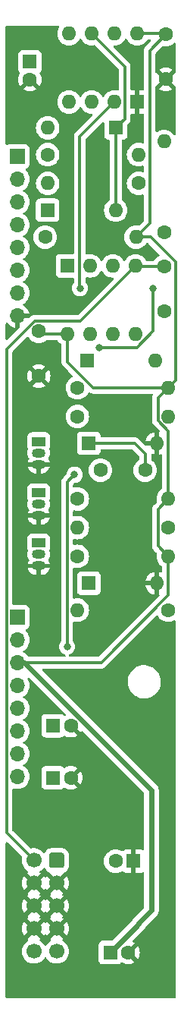
<source format=gbl>
G04 #@! TF.GenerationSoftware,KiCad,Pcbnew,7.0.7-7.0.7~ubuntu22.04.1*
G04 #@! TF.CreationDate,2023-09-25T23:33:37+02:00*
G04 #@! TF.ProjectId,Basic-ADSR,42617369-632d-4414-9453-522e6b696361,rev?*
G04 #@! TF.SameCoordinates,Original*
G04 #@! TF.FileFunction,Copper,L2,Bot*
G04 #@! TF.FilePolarity,Positive*
%FSLAX46Y46*%
G04 Gerber Fmt 4.6, Leading zero omitted, Abs format (unit mm)*
G04 Created by KiCad (PCBNEW 7.0.7-7.0.7~ubuntu22.04.1) date 2023-09-25 23:33:37*
%MOMM*%
%LPD*%
G01*
G04 APERTURE LIST*
G04 #@! TA.AperFunction,ComponentPad*
%ADD10R,1.700000X1.700000*%
G04 #@! TD*
G04 #@! TA.AperFunction,ComponentPad*
%ADD11O,1.700000X1.700000*%
G04 #@! TD*
G04 #@! TA.AperFunction,ComponentPad*
%ADD12R,1.600000X1.600000*%
G04 #@! TD*
G04 #@! TA.AperFunction,ComponentPad*
%ADD13O,1.600000X1.600000*%
G04 #@! TD*
G04 #@! TA.AperFunction,ComponentPad*
%ADD14C,1.600000*%
G04 #@! TD*
G04 #@! TA.AperFunction,ComponentPad*
%ADD15R,1.500000X1.050000*%
G04 #@! TD*
G04 #@! TA.AperFunction,ComponentPad*
%ADD16O,1.500000X1.050000*%
G04 #@! TD*
G04 #@! TA.AperFunction,ComponentPad*
%ADD17C,1.700000*%
G04 #@! TD*
G04 #@! TA.AperFunction,ViaPad*
%ADD18C,0.800000*%
G04 #@! TD*
G04 #@! TA.AperFunction,Conductor*
%ADD19C,0.300000*%
G04 #@! TD*
G04 #@! TA.AperFunction,Conductor*
%ADD20C,0.600000*%
G04 #@! TD*
G04 APERTURE END LIST*
D10*
X30400000Y-100500000D03*
D11*
X30400000Y-103040000D03*
X30400000Y-105580000D03*
X30400000Y-108120000D03*
X30400000Y-110660000D03*
X30400000Y-113200000D03*
X30400000Y-115740000D03*
X30400000Y-118280000D03*
D10*
X30400000Y-49100000D03*
D11*
X30400000Y-51640000D03*
X30400000Y-54180000D03*
X30400000Y-56720000D03*
X30400000Y-59260000D03*
X30400000Y-61800000D03*
X30400000Y-64340000D03*
X30400000Y-66880000D03*
D12*
X33790000Y-55100000D03*
D13*
X41410000Y-55100000D03*
D14*
X37120000Y-93700000D03*
D13*
X47280000Y-93700000D03*
D14*
X47280000Y-99700000D03*
D13*
X37120000Y-99700000D03*
D14*
X39700000Y-84100000D03*
X44700000Y-84100000D03*
D15*
X32800000Y-92230000D03*
D16*
X32800000Y-93500000D03*
X32800000Y-94770000D03*
D12*
X34400000Y-112600000D03*
D14*
X36400000Y-112600000D03*
X37120000Y-78100000D03*
D13*
X47280000Y-78100000D03*
D12*
X34400000Y-118400000D03*
D14*
X36400000Y-118400000D03*
X32800000Y-68600000D03*
X32800000Y-73600000D03*
X46800000Y-57580000D03*
D13*
X46800000Y-47420000D03*
D14*
X37120000Y-87300000D03*
D13*
X47280000Y-87300000D03*
D15*
X32800000Y-80900000D03*
D16*
X32800000Y-82170000D03*
X32800000Y-83440000D03*
D14*
X43960000Y-52100000D03*
D13*
X33800000Y-52100000D03*
D12*
X38390000Y-81100000D03*
D13*
X46010000Y-81100000D03*
D14*
X33520000Y-58100000D03*
D13*
X43680000Y-58100000D03*
G04 #@! TA.AperFunction,ComponentPad*
G36*
G01*
X35650000Y-127020000D02*
X35650000Y-128220000D01*
G75*
G02*
X35400000Y-128470000I-250000J0D01*
G01*
X34200000Y-128470000D01*
G75*
G02*
X33950000Y-128220000I0J250000D01*
G01*
X33950000Y-127020000D01*
G75*
G02*
X34200000Y-126770000I250000J0D01*
G01*
X35400000Y-126770000D01*
G75*
G02*
X35650000Y-127020000I0J-250000D01*
G01*
G37*
G04 #@! TD.AperFunction*
D17*
X32260000Y-127620000D03*
X34800000Y-130160000D03*
X32260000Y-130160000D03*
X34800000Y-132700000D03*
X32260000Y-132700000D03*
X34800000Y-135240000D03*
X32260000Y-135240000D03*
X34800000Y-137780000D03*
X32260000Y-137780000D03*
D14*
X47280000Y-90500000D03*
D13*
X37120000Y-90500000D03*
D12*
X38390000Y-96700000D03*
D13*
X46010000Y-96700000D03*
D12*
X43800000Y-43020000D03*
D13*
X41260000Y-43020000D03*
X38720000Y-43020000D03*
X36180000Y-43020000D03*
X36180000Y-35400000D03*
X38720000Y-35400000D03*
X41260000Y-35400000D03*
X43800000Y-35400000D03*
D12*
X41420000Y-45900000D03*
D13*
X33800000Y-45900000D03*
D14*
X33800000Y-48900000D03*
D13*
X43960000Y-48900000D03*
D15*
X32800000Y-86630000D03*
D16*
X32800000Y-87900000D03*
X32800000Y-89170000D03*
D14*
X47000000Y-35500000D03*
X47000000Y-40500000D03*
X37120000Y-74900000D03*
D13*
X47280000Y-74900000D03*
D12*
X31800000Y-38544888D03*
D14*
X31800000Y-40544888D03*
D12*
X38190000Y-71900000D03*
D13*
X45810000Y-71900000D03*
D12*
X40800000Y-137900000D03*
D14*
X42800000Y-137900000D03*
X46800000Y-66400000D03*
X46800000Y-61400000D03*
D12*
X43400000Y-127700000D03*
D14*
X41400000Y-127700000D03*
D12*
X36000000Y-61300000D03*
D13*
X38540000Y-61300000D03*
X41080000Y-61300000D03*
X43620000Y-61300000D03*
X43620000Y-68920000D03*
X41080000Y-68920000D03*
X38540000Y-68920000D03*
X36000000Y-68920000D03*
D18*
X37400000Y-63800000D03*
X45600000Y-63800000D03*
X39600000Y-70400000D03*
X35970000Y-103800000D03*
X36800000Y-84600000D03*
D19*
X47280000Y-93700000D02*
X47280000Y-98073654D01*
X47280000Y-87300000D02*
X46130000Y-88450000D01*
X43800000Y-35400000D02*
X46900000Y-35400000D01*
X48079999Y-74100001D02*
X48079999Y-60879999D01*
X48079999Y-60879999D02*
X45300000Y-58100000D01*
X36000000Y-68920000D02*
X33120000Y-68920000D01*
X39773654Y-105580000D02*
X30400000Y-105580000D01*
D20*
X45400000Y-119761522D02*
X31218478Y-105580000D01*
D19*
X46900000Y-35400000D02*
X47000000Y-35500000D01*
D20*
X40800000Y-137900000D02*
X44000000Y-134700000D01*
D19*
X46130000Y-88450000D02*
X46130000Y-92550000D01*
D20*
X31218478Y-105580000D02*
X30400000Y-105580000D01*
X45400000Y-133200000D02*
X45400000Y-119761522D01*
D19*
X46130000Y-92550000D02*
X47280000Y-93700000D01*
X45200000Y-37300000D02*
X47000000Y-35500000D01*
X36000000Y-72010000D02*
X36000000Y-68920000D01*
X45200000Y-56580000D02*
X45200000Y-37300000D01*
X47280000Y-98073654D02*
X39773654Y-105580000D01*
X47280000Y-74900000D02*
X38890000Y-74900000D01*
D20*
X44000000Y-134600000D02*
X45400000Y-133200000D01*
D19*
X47280000Y-74900000D02*
X48079999Y-74100001D01*
X47280000Y-79726346D02*
X46130000Y-78576346D01*
X45300000Y-58100000D02*
X43680000Y-58100000D01*
D20*
X44000000Y-134700000D02*
X44000000Y-134600000D01*
D19*
X47280000Y-87300000D02*
X47280000Y-79726346D01*
X38890000Y-74900000D02*
X36000000Y-72010000D01*
X46130000Y-76050000D02*
X47280000Y-74900000D01*
X46130000Y-78576346D02*
X46130000Y-76050000D01*
X33120000Y-68920000D02*
X32800000Y-68600000D01*
X43680000Y-58100000D02*
X45200000Y-56580000D01*
X43720000Y-61400000D02*
X43620000Y-61300000D01*
X32323654Y-67450000D02*
X29200000Y-70573654D01*
X29200000Y-124560000D02*
X32260000Y-127620000D01*
X29200000Y-70573654D02*
X29200000Y-124560000D01*
X37470000Y-67450000D02*
X32323654Y-67450000D01*
X43620000Y-61300000D02*
X37470000Y-67450000D01*
X46800000Y-61400000D02*
X43720000Y-61400000D01*
X44700000Y-82300000D02*
X43500000Y-81100000D01*
X44700000Y-84100000D02*
X44700000Y-82300000D01*
X43500000Y-81100000D02*
X38390000Y-81100000D01*
X37400000Y-63800000D02*
X37390000Y-63790000D01*
X37390000Y-46890000D02*
X41260000Y-43020000D01*
X37390000Y-63790000D02*
X37390000Y-46890000D01*
X43766346Y-70400000D02*
X45600000Y-68566346D01*
X45600000Y-68566346D02*
X45600000Y-63800000D01*
X39600000Y-70400000D02*
X43766346Y-70400000D01*
X42410000Y-39090000D02*
X42410000Y-44910000D01*
X35970000Y-85430000D02*
X36800000Y-84600000D01*
X42410000Y-44910000D02*
X41420000Y-45900000D01*
X41410000Y-45910000D02*
X41420000Y-45900000D01*
X38720000Y-35400000D02*
X42410000Y-39090000D01*
X35970000Y-103800000D02*
X35970000Y-85430000D01*
X41410000Y-55100000D02*
X41410000Y-45910000D01*
G04 #@! TA.AperFunction,Conductor*
G36*
X46080779Y-100306646D02*
G01*
X46136712Y-100348518D01*
X46139264Y-100352389D01*
X46139372Y-100352314D01*
X46142475Y-100356745D01*
X46142477Y-100356749D01*
X46273802Y-100544300D01*
X46435700Y-100706198D01*
X46623251Y-100837523D01*
X46748091Y-100895736D01*
X46830750Y-100934281D01*
X46830752Y-100934281D01*
X46830757Y-100934284D01*
X47051913Y-100993543D01*
X47214832Y-101007796D01*
X47279998Y-101013498D01*
X47280000Y-101013498D01*
X47280002Y-101013498D01*
X47337021Y-101008509D01*
X47508087Y-100993543D01*
X47729243Y-100934284D01*
X47923097Y-100843888D01*
X47992173Y-100833397D01*
X48055957Y-100861917D01*
X48094196Y-100920393D01*
X48099500Y-100956271D01*
X48099500Y-142875500D01*
X48079815Y-142942539D01*
X48027011Y-142988294D01*
X47975500Y-142999500D01*
X29224500Y-142999500D01*
X29157461Y-142979815D01*
X29111706Y-142927011D01*
X29100500Y-142875500D01*
X29100500Y-134286820D01*
X29100499Y-125691120D01*
X29120184Y-125624082D01*
X29172988Y-125578327D01*
X29242146Y-125568383D01*
X29305702Y-125597408D01*
X29312167Y-125603428D01*
X30036624Y-126327884D01*
X30903792Y-127195052D01*
X30937277Y-127256375D01*
X30936317Y-127313173D01*
X30915435Y-127395635D01*
X30896844Y-127619994D01*
X30896844Y-127620005D01*
X30915434Y-127844359D01*
X30915436Y-127844371D01*
X30970703Y-128062614D01*
X31061140Y-128268792D01*
X31184276Y-128457265D01*
X31184284Y-128457276D01*
X31336756Y-128622902D01*
X31336760Y-128622906D01*
X31514424Y-128761189D01*
X31557695Y-128784606D01*
X31607286Y-128833825D01*
X31622394Y-128902042D01*
X31598224Y-128967597D01*
X31569801Y-128995236D01*
X31498626Y-129045072D01*
X31498625Y-129045072D01*
X32000883Y-129547330D01*
X32034368Y-129608653D01*
X32029384Y-129678345D01*
X31992357Y-129727805D01*
X31993602Y-129729241D01*
X31878238Y-129829202D01*
X31843046Y-129883962D01*
X31790242Y-129929717D01*
X31721083Y-129939660D01*
X31657528Y-129910634D01*
X31651050Y-129904603D01*
X31145072Y-129398625D01*
X31086401Y-129482419D01*
X30986570Y-129696507D01*
X30986566Y-129696516D01*
X30925432Y-129924673D01*
X30925430Y-129924684D01*
X30904843Y-130159998D01*
X30904843Y-130160001D01*
X30925430Y-130395315D01*
X30925432Y-130395326D01*
X30986566Y-130623483D01*
X30986570Y-130623492D01*
X31086400Y-130837579D01*
X31086402Y-130837583D01*
X31145072Y-130921373D01*
X31145073Y-130921373D01*
X31651050Y-130415395D01*
X31712373Y-130381910D01*
X31782064Y-130386894D01*
X31837998Y-130428765D01*
X31843039Y-130436025D01*
X31843048Y-130436039D01*
X31878239Y-130490798D01*
X31993602Y-130590759D01*
X31991293Y-130593422D01*
X32026006Y-130633499D01*
X32035935Y-130702660D01*
X32006898Y-130766210D01*
X32000882Y-130772669D01*
X31498625Y-131274925D01*
X31575031Y-131328425D01*
X31618655Y-131383002D01*
X31625848Y-131452501D01*
X31594326Y-131514855D01*
X31575029Y-131531576D01*
X31498625Y-131585072D01*
X32000883Y-132087330D01*
X32034368Y-132148653D01*
X32029384Y-132218345D01*
X31992357Y-132267805D01*
X31993602Y-132269241D01*
X31878238Y-132369202D01*
X31843046Y-132423962D01*
X31790242Y-132469717D01*
X31721083Y-132479660D01*
X31657528Y-132450634D01*
X31651050Y-132444603D01*
X31145072Y-131938625D01*
X31086401Y-132022419D01*
X30986570Y-132236507D01*
X30986566Y-132236516D01*
X30925432Y-132464673D01*
X30925430Y-132464684D01*
X30904843Y-132699998D01*
X30904843Y-132700001D01*
X30925430Y-132935315D01*
X30925432Y-132935326D01*
X30986566Y-133163483D01*
X30986570Y-133163492D01*
X31086400Y-133377579D01*
X31086402Y-133377583D01*
X31145072Y-133461373D01*
X31145073Y-133461373D01*
X31651050Y-132955395D01*
X31712373Y-132921910D01*
X31782064Y-132926894D01*
X31837998Y-132968765D01*
X31843039Y-132976025D01*
X31843048Y-132976039D01*
X31878239Y-133030798D01*
X31993602Y-133130759D01*
X31991293Y-133133422D01*
X32026006Y-133173499D01*
X32035935Y-133242660D01*
X32006898Y-133306210D01*
X32000882Y-133312669D01*
X31498625Y-133814925D01*
X31575031Y-133868425D01*
X31618655Y-133923002D01*
X31625848Y-133992501D01*
X31594326Y-134054855D01*
X31575029Y-134071576D01*
X31498625Y-134125072D01*
X32000883Y-134627330D01*
X32034368Y-134688653D01*
X32029384Y-134758345D01*
X31992357Y-134807805D01*
X31993602Y-134809241D01*
X31878238Y-134909202D01*
X31843046Y-134963962D01*
X31790242Y-135009717D01*
X31721083Y-135019660D01*
X31657528Y-134990634D01*
X31651050Y-134984603D01*
X31145072Y-134478625D01*
X31086401Y-134562419D01*
X30986570Y-134776507D01*
X30986566Y-134776516D01*
X30925432Y-135004673D01*
X30925430Y-135004684D01*
X30904843Y-135239998D01*
X30904843Y-135240001D01*
X30925430Y-135475315D01*
X30925432Y-135475326D01*
X30986566Y-135703483D01*
X30986570Y-135703492D01*
X31086400Y-135917579D01*
X31086402Y-135917583D01*
X31145072Y-136001373D01*
X31145073Y-136001373D01*
X31651050Y-135495395D01*
X31712373Y-135461910D01*
X31782064Y-135466894D01*
X31837998Y-135508765D01*
X31843039Y-135516025D01*
X31843048Y-135516039D01*
X31878239Y-135570798D01*
X31993602Y-135670759D01*
X31991293Y-135673422D01*
X32026006Y-135713499D01*
X32035935Y-135782660D01*
X32006898Y-135846210D01*
X32000882Y-135852669D01*
X31498625Y-136354925D01*
X31569801Y-136404763D01*
X31613426Y-136459340D01*
X31620620Y-136528838D01*
X31589097Y-136591193D01*
X31557697Y-136615392D01*
X31514427Y-136638809D01*
X31514422Y-136638812D01*
X31336761Y-136777092D01*
X31336756Y-136777097D01*
X31184284Y-136942723D01*
X31184276Y-136942734D01*
X31061140Y-137131207D01*
X30970703Y-137337385D01*
X30915436Y-137555628D01*
X30915434Y-137555640D01*
X30896844Y-137779994D01*
X30896844Y-137780005D01*
X30915434Y-138004359D01*
X30915436Y-138004371D01*
X30970703Y-138222614D01*
X31061140Y-138428792D01*
X31184276Y-138617265D01*
X31184284Y-138617276D01*
X31336756Y-138782902D01*
X31336760Y-138782906D01*
X31514424Y-138921189D01*
X31514425Y-138921189D01*
X31514427Y-138921191D01*
X31621296Y-138979025D01*
X31712426Y-139028342D01*
X31925365Y-139101444D01*
X32147431Y-139138500D01*
X32372569Y-139138500D01*
X32594635Y-139101444D01*
X32807574Y-139028342D01*
X33005576Y-138921189D01*
X33183240Y-138782906D01*
X33335722Y-138617268D01*
X33426193Y-138478791D01*
X33479336Y-138433437D01*
X33548567Y-138424013D01*
X33611903Y-138453515D01*
X33633807Y-138478793D01*
X33724276Y-138617265D01*
X33724284Y-138617276D01*
X33876756Y-138782902D01*
X33876760Y-138782906D01*
X34054424Y-138921189D01*
X34054425Y-138921189D01*
X34054427Y-138921191D01*
X34161296Y-138979025D01*
X34252426Y-139028342D01*
X34465365Y-139101444D01*
X34687431Y-139138500D01*
X34912569Y-139138500D01*
X35134635Y-139101444D01*
X35347574Y-139028342D01*
X35545576Y-138921189D01*
X35723240Y-138782906D01*
X35875722Y-138617268D01*
X35998860Y-138428791D01*
X36089296Y-138222616D01*
X36144564Y-138004368D01*
X36153212Y-137900002D01*
X36163156Y-137780005D01*
X36163156Y-137779994D01*
X36144565Y-137555640D01*
X36144563Y-137555628D01*
X36099788Y-137378817D01*
X36089296Y-137337384D01*
X35998860Y-137131209D01*
X35966191Y-137081206D01*
X35875723Y-136942734D01*
X35875715Y-136942723D01*
X35723243Y-136777097D01*
X35723238Y-136777092D01*
X35545577Y-136638812D01*
X35545577Y-136638811D01*
X35502303Y-136615393D01*
X35452713Y-136566173D01*
X35437605Y-136497957D01*
X35461775Y-136432401D01*
X35490198Y-136404763D01*
X35561373Y-136354925D01*
X35059116Y-135852669D01*
X35025631Y-135791346D01*
X35030615Y-135721655D01*
X35067640Y-135672193D01*
X35066398Y-135670759D01*
X35073100Y-135664952D01*
X35181761Y-135570798D01*
X35216954Y-135516037D01*
X35269755Y-135470283D01*
X35338914Y-135460339D01*
X35402470Y-135489363D01*
X35408949Y-135495396D01*
X35914925Y-136001373D01*
X35914926Y-136001373D01*
X35973598Y-135917582D01*
X35973600Y-135917578D01*
X36073429Y-135703492D01*
X36073433Y-135703483D01*
X36134567Y-135475326D01*
X36134569Y-135475315D01*
X36155157Y-135240001D01*
X36155157Y-135239998D01*
X36134569Y-135004684D01*
X36134567Y-135004673D01*
X36073433Y-134776516D01*
X36073429Y-134776507D01*
X35973600Y-134562423D01*
X35973599Y-134562421D01*
X35914925Y-134478626D01*
X35914925Y-134478625D01*
X35408949Y-134984602D01*
X35347626Y-135018087D01*
X35277934Y-135013103D01*
X35222001Y-134971231D01*
X35216953Y-134963961D01*
X35181761Y-134909202D01*
X35066398Y-134809241D01*
X35068708Y-134806574D01*
X35034005Y-134766528D01*
X35024058Y-134697370D01*
X35053080Y-134633813D01*
X35059116Y-134627330D01*
X35561373Y-134125073D01*
X35484969Y-134071576D01*
X35441344Y-134016999D01*
X35434150Y-133947501D01*
X35465672Y-133885146D01*
X35484968Y-133868425D01*
X35561373Y-133814925D01*
X35059116Y-133312669D01*
X35025631Y-133251346D01*
X35030615Y-133181655D01*
X35067640Y-133132193D01*
X35066398Y-133130759D01*
X35073100Y-133124952D01*
X35181761Y-133030798D01*
X35216954Y-132976037D01*
X35269755Y-132930283D01*
X35338914Y-132920339D01*
X35402470Y-132949363D01*
X35408949Y-132955396D01*
X35914925Y-133461373D01*
X35914926Y-133461373D01*
X35973598Y-133377582D01*
X35973600Y-133377578D01*
X36073429Y-133163492D01*
X36073433Y-133163483D01*
X36134567Y-132935326D01*
X36134569Y-132935315D01*
X36155157Y-132700001D01*
X36155157Y-132699998D01*
X36134569Y-132464684D01*
X36134567Y-132464673D01*
X36073433Y-132236516D01*
X36073429Y-132236507D01*
X35973600Y-132022423D01*
X35973599Y-132022421D01*
X35914925Y-131938626D01*
X35914925Y-131938625D01*
X35408949Y-132444602D01*
X35347626Y-132478087D01*
X35277934Y-132473103D01*
X35222001Y-132431231D01*
X35216953Y-132423961D01*
X35181761Y-132369202D01*
X35066398Y-132269241D01*
X35068708Y-132266574D01*
X35034005Y-132226528D01*
X35024058Y-132157370D01*
X35053080Y-132093813D01*
X35059116Y-132087330D01*
X35561373Y-131585073D01*
X35484969Y-131531576D01*
X35441344Y-131476999D01*
X35434150Y-131407501D01*
X35465672Y-131345146D01*
X35484968Y-131328425D01*
X35561373Y-131274925D01*
X35059116Y-130772669D01*
X35025631Y-130711346D01*
X35030615Y-130641655D01*
X35067640Y-130592193D01*
X35066398Y-130590759D01*
X35073100Y-130584952D01*
X35181761Y-130490798D01*
X35216954Y-130436037D01*
X35269755Y-130390283D01*
X35338914Y-130380339D01*
X35402470Y-130409363D01*
X35408949Y-130415396D01*
X35914925Y-130921373D01*
X35914926Y-130921373D01*
X35973598Y-130837582D01*
X35973600Y-130837578D01*
X36073429Y-130623492D01*
X36073433Y-130623483D01*
X36134567Y-130395326D01*
X36134569Y-130395315D01*
X36155157Y-130160001D01*
X36155157Y-130159998D01*
X36134569Y-129924684D01*
X36134567Y-129924673D01*
X36073433Y-129696516D01*
X36073429Y-129696507D01*
X35973600Y-129482423D01*
X35973599Y-129482421D01*
X35914925Y-129398626D01*
X35914925Y-129398625D01*
X35408949Y-129904602D01*
X35347626Y-129938087D01*
X35277934Y-129933103D01*
X35222001Y-129891231D01*
X35216953Y-129883961D01*
X35181761Y-129829202D01*
X35066398Y-129729241D01*
X35068708Y-129726574D01*
X35034005Y-129686528D01*
X35024058Y-129617370D01*
X35053080Y-129553813D01*
X35059116Y-129547330D01*
X35568746Y-129037700D01*
X35576926Y-128996998D01*
X35625541Y-128946815D01*
X35647679Y-128936986D01*
X35722738Y-128912115D01*
X35873652Y-128819030D01*
X35999030Y-128693652D01*
X36092115Y-128542738D01*
X36147887Y-128374426D01*
X36158500Y-128270545D01*
X36158499Y-126969456D01*
X36147887Y-126865574D01*
X36092115Y-126697262D01*
X35999030Y-126546348D01*
X35873652Y-126420970D01*
X35779898Y-126363142D01*
X35722740Y-126327886D01*
X35722735Y-126327884D01*
X35554427Y-126272113D01*
X35450545Y-126261500D01*
X34149462Y-126261500D01*
X34149446Y-126261501D01*
X34045572Y-126272113D01*
X33877264Y-126327884D01*
X33877259Y-126327886D01*
X33726346Y-126420971D01*
X33600971Y-126546346D01*
X33507886Y-126697259D01*
X33507882Y-126697268D01*
X33507749Y-126697672D01*
X33507582Y-126697912D01*
X33504835Y-126703805D01*
X33503827Y-126703335D01*
X33467972Y-126755114D01*
X33403454Y-126781932D01*
X33334680Y-126769612D01*
X33298817Y-126742643D01*
X33183240Y-126617094D01*
X33183237Y-126617092D01*
X33183238Y-126617092D01*
X33005577Y-126478812D01*
X33005572Y-126478808D01*
X32807580Y-126371661D01*
X32807577Y-126371659D01*
X32807574Y-126371658D01*
X32807571Y-126371657D01*
X32807569Y-126371656D01*
X32594637Y-126298556D01*
X32372569Y-126261500D01*
X32147431Y-126261500D01*
X31940716Y-126295994D01*
X31871351Y-126287612D01*
X31832626Y-126261366D01*
X29894819Y-124323558D01*
X29861334Y-124262235D01*
X29858500Y-124235877D01*
X29858500Y-119704100D01*
X29878185Y-119637061D01*
X29930989Y-119591306D01*
X30000147Y-119581362D01*
X30022764Y-119586819D01*
X30065364Y-119601444D01*
X30287431Y-119638500D01*
X30512569Y-119638500D01*
X30734635Y-119601444D01*
X30947574Y-119528342D01*
X31145576Y-119421189D01*
X31323240Y-119282906D01*
X31354771Y-119248654D01*
X33091500Y-119248654D01*
X33098011Y-119309202D01*
X33098011Y-119309204D01*
X33149111Y-119446203D01*
X33149111Y-119446204D01*
X33236739Y-119563261D01*
X33353796Y-119650889D01*
X33490799Y-119701989D01*
X33518050Y-119704918D01*
X33551345Y-119708499D01*
X33551362Y-119708500D01*
X35248638Y-119708500D01*
X35248654Y-119708499D01*
X35275692Y-119705591D01*
X35309201Y-119701989D01*
X35446204Y-119650889D01*
X35563261Y-119563261D01*
X35570907Y-119553046D01*
X35626840Y-119511174D01*
X35696531Y-119506188D01*
X35741302Y-119525782D01*
X35747514Y-119530132D01*
X35747516Y-119530133D01*
X35953673Y-119626265D01*
X35953682Y-119626269D01*
X36173389Y-119685139D01*
X36173400Y-119685141D01*
X36399998Y-119704966D01*
X36400002Y-119704966D01*
X36626599Y-119685141D01*
X36626610Y-119685139D01*
X36846317Y-119626269D01*
X36846331Y-119626264D01*
X37052478Y-119530136D01*
X37125472Y-119479025D01*
X36583866Y-118937419D01*
X36550381Y-118876096D01*
X36555365Y-118806404D01*
X36597237Y-118750471D01*
X36615245Y-118739258D01*
X36638045Y-118727641D01*
X36727641Y-118638045D01*
X36739254Y-118615252D01*
X36787225Y-118564458D01*
X36855046Y-118547661D01*
X36921181Y-118570197D01*
X36937419Y-118583866D01*
X37479025Y-119125472D01*
X37530136Y-119052478D01*
X37626264Y-118846331D01*
X37626269Y-118846317D01*
X37685139Y-118626610D01*
X37685141Y-118626599D01*
X37704966Y-118400002D01*
X37704966Y-118399997D01*
X37685141Y-118173400D01*
X37685139Y-118173389D01*
X37626269Y-117953682D01*
X37626265Y-117953673D01*
X37530133Y-117747516D01*
X37530131Y-117747512D01*
X37479026Y-117674526D01*
X37479025Y-117674526D01*
X36937419Y-118216132D01*
X36876096Y-118249617D01*
X36806404Y-118244633D01*
X36750471Y-118202761D01*
X36739256Y-118184751D01*
X36727641Y-118161955D01*
X36727637Y-118161951D01*
X36727636Y-118161949D01*
X36638050Y-118072363D01*
X36638044Y-118072358D01*
X36628109Y-118067296D01*
X36615250Y-118060744D01*
X36564456Y-118012773D01*
X36547660Y-117944952D01*
X36570197Y-117878817D01*
X36583865Y-117862580D01*
X37125472Y-117320973D01*
X37052483Y-117269866D01*
X37052481Y-117269865D01*
X36846326Y-117173734D01*
X36846317Y-117173730D01*
X36626610Y-117114860D01*
X36626599Y-117114858D01*
X36400002Y-117095034D01*
X36399998Y-117095034D01*
X36173400Y-117114858D01*
X36173389Y-117114860D01*
X35953682Y-117173730D01*
X35953673Y-117173734D01*
X35747518Y-117269865D01*
X35747515Y-117269867D01*
X35741291Y-117274225D01*
X35675083Y-117296547D01*
X35607317Y-117279531D01*
X35570909Y-117246955D01*
X35563263Y-117236742D01*
X35563261Y-117236739D01*
X35446204Y-117149111D01*
X35418584Y-117138809D01*
X35309203Y-117098011D01*
X35248654Y-117091500D01*
X35248638Y-117091500D01*
X33551362Y-117091500D01*
X33551345Y-117091500D01*
X33490797Y-117098011D01*
X33490795Y-117098011D01*
X33353795Y-117149111D01*
X33236739Y-117236739D01*
X33149111Y-117353795D01*
X33098011Y-117490795D01*
X33098011Y-117490797D01*
X33091500Y-117551345D01*
X33091500Y-119248654D01*
X31354771Y-119248654D01*
X31475722Y-119117268D01*
X31598860Y-118928791D01*
X31689296Y-118722616D01*
X31744564Y-118504368D01*
X31753212Y-118400002D01*
X31763156Y-118280005D01*
X31763156Y-118279994D01*
X31744565Y-118055640D01*
X31744563Y-118055628D01*
X31699788Y-117878817D01*
X31689296Y-117837384D01*
X31598860Y-117631209D01*
X31475722Y-117442732D01*
X31475719Y-117442729D01*
X31475715Y-117442723D01*
X31323243Y-117277097D01*
X31323238Y-117277092D01*
X31204797Y-117184905D01*
X31145576Y-117138811D01*
X31109070Y-117119055D01*
X31059479Y-117069836D01*
X31044371Y-117001619D01*
X31068541Y-116936064D01*
X31109070Y-116900945D01*
X31109084Y-116900936D01*
X31145576Y-116881189D01*
X31323240Y-116742906D01*
X31475722Y-116577268D01*
X31598860Y-116388791D01*
X31689296Y-116182616D01*
X31744564Y-115964368D01*
X31763156Y-115740000D01*
X31744564Y-115515632D01*
X31689296Y-115297384D01*
X31598860Y-115091209D01*
X31475722Y-114902732D01*
X31475719Y-114902729D01*
X31475715Y-114902723D01*
X31323243Y-114737097D01*
X31323238Y-114737092D01*
X31145577Y-114598812D01*
X31145578Y-114598812D01*
X31145576Y-114598811D01*
X31109070Y-114579055D01*
X31059479Y-114529836D01*
X31044371Y-114461619D01*
X31068541Y-114396064D01*
X31109070Y-114360945D01*
X31109084Y-114360936D01*
X31145576Y-114341189D01*
X31323240Y-114202906D01*
X31475722Y-114037268D01*
X31598860Y-113848791D01*
X31689296Y-113642616D01*
X31744564Y-113424368D01*
X31763156Y-113200000D01*
X31757970Y-113137419D01*
X31744565Y-112975640D01*
X31744563Y-112975628D01*
X31696002Y-112783866D01*
X31689296Y-112757384D01*
X31598860Y-112551209D01*
X31475722Y-112362732D01*
X31475719Y-112362729D01*
X31475715Y-112362723D01*
X31323243Y-112197097D01*
X31323238Y-112197092D01*
X31145577Y-112058812D01*
X31145572Y-112058808D01*
X31109068Y-112039053D01*
X31059478Y-111989833D01*
X31044371Y-111921616D01*
X31068542Y-111856061D01*
X31109069Y-111820945D01*
X31145576Y-111801189D01*
X31323240Y-111662906D01*
X31475722Y-111497268D01*
X31598860Y-111308791D01*
X31689296Y-111102616D01*
X31744564Y-110884368D01*
X31763156Y-110660000D01*
X31744564Y-110435632D01*
X31689296Y-110217384D01*
X31598860Y-110011209D01*
X31475722Y-109822732D01*
X31475719Y-109822729D01*
X31475715Y-109822723D01*
X31323243Y-109657097D01*
X31323238Y-109657092D01*
X31204797Y-109564905D01*
X31145576Y-109518811D01*
X31145575Y-109518810D01*
X31145572Y-109518808D01*
X31109068Y-109499053D01*
X31059478Y-109449833D01*
X31044371Y-109381616D01*
X31068542Y-109316061D01*
X31109069Y-109280945D01*
X31145576Y-109261189D01*
X31323240Y-109122906D01*
X31475722Y-108957268D01*
X31598860Y-108768791D01*
X31689296Y-108562616D01*
X31744564Y-108344368D01*
X31759070Y-108169314D01*
X31763156Y-108120005D01*
X31763156Y-108119994D01*
X31744565Y-107895640D01*
X31744563Y-107895628D01*
X31741876Y-107885018D01*
X31689296Y-107677384D01*
X31598860Y-107471209D01*
X31560334Y-107412240D01*
X31540146Y-107345350D01*
X31559325Y-107278165D01*
X31611784Y-107232014D01*
X31680866Y-107221551D01*
X31744638Y-107250097D01*
X31751823Y-107256737D01*
X35771097Y-111276011D01*
X35804582Y-111337334D01*
X35799598Y-111407026D01*
X35757726Y-111462959D01*
X35751785Y-111466877D01*
X35741291Y-111474225D01*
X35675083Y-111496547D01*
X35607317Y-111479531D01*
X35570909Y-111446955D01*
X35563263Y-111436742D01*
X35563261Y-111436739D01*
X35446204Y-111349111D01*
X35414629Y-111337334D01*
X35309203Y-111298011D01*
X35248654Y-111291500D01*
X35248638Y-111291500D01*
X33551362Y-111291500D01*
X33551345Y-111291500D01*
X33490797Y-111298011D01*
X33490795Y-111298011D01*
X33353795Y-111349111D01*
X33236739Y-111436739D01*
X33149111Y-111553795D01*
X33098011Y-111690795D01*
X33098011Y-111690797D01*
X33091500Y-111751345D01*
X33091500Y-113448654D01*
X33098011Y-113509202D01*
X33098011Y-113509204D01*
X33147772Y-113642614D01*
X33149111Y-113646204D01*
X33236739Y-113763261D01*
X33353796Y-113850889D01*
X33490799Y-113901989D01*
X33518050Y-113904918D01*
X33551345Y-113908499D01*
X33551362Y-113908500D01*
X35248638Y-113908500D01*
X35248654Y-113908499D01*
X35275692Y-113905591D01*
X35309201Y-113901989D01*
X35446204Y-113850889D01*
X35563261Y-113763261D01*
X35570907Y-113753046D01*
X35626840Y-113711174D01*
X35696531Y-113706188D01*
X35741302Y-113725782D01*
X35747514Y-113730132D01*
X35747516Y-113730133D01*
X35953673Y-113826265D01*
X35953682Y-113826269D01*
X36173389Y-113885139D01*
X36173400Y-113885141D01*
X36399998Y-113904966D01*
X36400002Y-113904966D01*
X36626599Y-113885141D01*
X36626610Y-113885139D01*
X36846317Y-113826269D01*
X36846331Y-113826264D01*
X37052478Y-113730136D01*
X37125472Y-113679025D01*
X36583866Y-113137419D01*
X36550381Y-113076096D01*
X36555365Y-113006404D01*
X36597237Y-112950471D01*
X36615245Y-112939258D01*
X36638045Y-112927641D01*
X36727641Y-112838045D01*
X36739254Y-112815252D01*
X36787225Y-112764458D01*
X36855046Y-112747661D01*
X36921181Y-112770197D01*
X36937419Y-112783866D01*
X37479025Y-113325472D01*
X37533239Y-113248048D01*
X37534703Y-113249073D01*
X37579482Y-113206371D01*
X37648088Y-113193145D01*
X37712955Y-113219109D01*
X37723989Y-113228903D01*
X44555182Y-120060096D01*
X44588666Y-120121417D01*
X44591500Y-120147775D01*
X44591500Y-126333780D01*
X44571815Y-126400819D01*
X44519011Y-126446574D01*
X44449853Y-126456518D01*
X44424167Y-126449962D01*
X44307379Y-126406403D01*
X44307372Y-126406401D01*
X44247844Y-126400000D01*
X43650000Y-126400000D01*
X43650000Y-127189424D01*
X43630315Y-127256463D01*
X43577511Y-127302218D01*
X43508353Y-127312162D01*
X43506602Y-127311897D01*
X43431486Y-127300000D01*
X43431481Y-127300000D01*
X43368519Y-127300000D01*
X43368514Y-127300000D01*
X43293398Y-127311897D01*
X43224104Y-127302942D01*
X43170652Y-127257946D01*
X43150013Y-127191194D01*
X43150000Y-127189424D01*
X43150000Y-126400000D01*
X42552155Y-126400000D01*
X42492627Y-126406401D01*
X42492620Y-126406403D01*
X42357913Y-126456645D01*
X42357906Y-126456649D01*
X42242812Y-126542809D01*
X42242811Y-126542810D01*
X42241149Y-126545031D01*
X42238930Y-126546691D01*
X42236541Y-126549081D01*
X42236197Y-126548737D01*
X42185213Y-126586899D01*
X42115521Y-126591880D01*
X42070763Y-126572290D01*
X42056749Y-126562477D01*
X42056743Y-126562474D01*
X41849249Y-126465718D01*
X41849238Y-126465714D01*
X41628089Y-126406457D01*
X41628081Y-126406456D01*
X41400002Y-126386502D01*
X41399998Y-126386502D01*
X41171918Y-126406456D01*
X41171910Y-126406457D01*
X40950761Y-126465714D01*
X40950750Y-126465718D01*
X40743254Y-126562475D01*
X40743252Y-126562476D01*
X40708373Y-126586899D01*
X40555700Y-126693802D01*
X40555698Y-126693803D01*
X40555695Y-126693806D01*
X40393806Y-126855695D01*
X40393803Y-126855698D01*
X40393802Y-126855700D01*
X40329178Y-126947993D01*
X40262476Y-127043252D01*
X40262475Y-127043254D01*
X40165718Y-127250750D01*
X40165714Y-127250761D01*
X40106457Y-127471910D01*
X40106456Y-127471918D01*
X40086502Y-127699998D01*
X40086502Y-127700001D01*
X40106456Y-127928081D01*
X40106457Y-127928089D01*
X40165714Y-128149238D01*
X40165718Y-128149249D01*
X40262475Y-128356745D01*
X40262477Y-128356749D01*
X40393802Y-128544300D01*
X40555700Y-128706198D01*
X40743251Y-128837523D01*
X40868091Y-128895736D01*
X40950750Y-128934281D01*
X40950752Y-128934281D01*
X40950757Y-128934284D01*
X41171913Y-128993543D01*
X41334832Y-129007796D01*
X41399998Y-129013498D01*
X41400000Y-129013498D01*
X41400002Y-129013498D01*
X41457021Y-129008509D01*
X41628087Y-128993543D01*
X41849243Y-128934284D01*
X42056749Y-128837523D01*
X42070761Y-128827711D01*
X42136966Y-128805383D01*
X42204734Y-128822392D01*
X42241154Y-128854975D01*
X42242810Y-128857188D01*
X42242814Y-128857191D01*
X42357906Y-128943350D01*
X42357913Y-128943354D01*
X42492620Y-128993596D01*
X42492627Y-128993598D01*
X42552155Y-128999999D01*
X42552172Y-129000000D01*
X43150000Y-129000000D01*
X43150000Y-128210575D01*
X43169685Y-128143536D01*
X43222489Y-128097781D01*
X43291647Y-128087837D01*
X43293331Y-128088091D01*
X43325699Y-128093218D01*
X43368515Y-128100000D01*
X43368519Y-128100000D01*
X43431485Y-128100000D01*
X43474300Y-128093218D01*
X43506602Y-128088102D01*
X43575894Y-128097056D01*
X43629347Y-128142052D01*
X43649987Y-128208803D01*
X43650000Y-128210575D01*
X43650000Y-129000000D01*
X44247828Y-129000000D01*
X44247844Y-128999999D01*
X44307372Y-128993598D01*
X44307376Y-128993597D01*
X44424166Y-128950037D01*
X44493858Y-128945053D01*
X44555181Y-128978538D01*
X44588666Y-129039861D01*
X44591500Y-129066219D01*
X44591500Y-132813745D01*
X44571815Y-132880784D01*
X44555181Y-132901426D01*
X43475277Y-133981330D01*
X43363888Y-134092720D01*
X43341436Y-134128451D01*
X43337411Y-134134123D01*
X43311092Y-134167128D01*
X43292775Y-134205159D01*
X43289412Y-134211245D01*
X43266959Y-134246981D01*
X43266952Y-134246993D01*
X43253017Y-134286820D01*
X43250358Y-134293242D01*
X43247423Y-134299338D01*
X43223378Y-134333229D01*
X41001427Y-136555181D01*
X40940104Y-136588666D01*
X40913746Y-136591500D01*
X39951345Y-136591500D01*
X39890797Y-136598011D01*
X39890795Y-136598011D01*
X39753795Y-136649111D01*
X39636739Y-136736739D01*
X39549111Y-136853795D01*
X39498011Y-136990795D01*
X39498011Y-136990797D01*
X39491500Y-137051345D01*
X39491500Y-138748654D01*
X39498011Y-138809202D01*
X39498011Y-138809204D01*
X39549111Y-138946203D01*
X39549111Y-138946204D01*
X39636739Y-139063261D01*
X39753796Y-139150889D01*
X39890799Y-139201989D01*
X39918050Y-139204918D01*
X39951345Y-139208499D01*
X39951362Y-139208500D01*
X41648638Y-139208500D01*
X41648654Y-139208499D01*
X41675692Y-139205591D01*
X41709201Y-139201989D01*
X41846204Y-139150889D01*
X41963261Y-139063261D01*
X41970907Y-139053046D01*
X42026840Y-139011174D01*
X42096531Y-139006188D01*
X42141302Y-139025782D01*
X42147514Y-139030132D01*
X42147516Y-139030133D01*
X42353673Y-139126265D01*
X42353682Y-139126269D01*
X42573389Y-139185139D01*
X42573400Y-139185141D01*
X42799998Y-139204966D01*
X42800002Y-139204966D01*
X43026599Y-139185141D01*
X43026610Y-139185139D01*
X43246317Y-139126269D01*
X43246331Y-139126264D01*
X43452478Y-139030136D01*
X43525472Y-138979025D01*
X42983866Y-138437419D01*
X42950381Y-138376096D01*
X42955365Y-138306404D01*
X42997237Y-138250471D01*
X43015245Y-138239258D01*
X43038045Y-138227641D01*
X43127641Y-138138045D01*
X43139254Y-138115252D01*
X43187225Y-138064458D01*
X43255046Y-138047661D01*
X43321181Y-138070197D01*
X43337419Y-138083866D01*
X43879025Y-138625472D01*
X43930136Y-138552478D01*
X44026264Y-138346331D01*
X44026269Y-138346317D01*
X44085139Y-138126610D01*
X44085141Y-138126599D01*
X44104966Y-137900002D01*
X44104966Y-137899997D01*
X44085141Y-137673400D01*
X44085139Y-137673389D01*
X44026269Y-137453682D01*
X44026265Y-137453673D01*
X43930133Y-137247516D01*
X43930131Y-137247512D01*
X43879026Y-137174526D01*
X43879025Y-137174526D01*
X43337419Y-137716132D01*
X43276096Y-137749617D01*
X43206404Y-137744633D01*
X43150471Y-137702761D01*
X43139256Y-137684751D01*
X43127641Y-137661955D01*
X43127637Y-137661951D01*
X43127636Y-137661949D01*
X43038050Y-137572363D01*
X43038044Y-137572358D01*
X43028109Y-137567296D01*
X43015250Y-137560744D01*
X42964456Y-137512773D01*
X42947660Y-137444952D01*
X42970197Y-137378817D01*
X42983865Y-137362580D01*
X43525472Y-136820973D01*
X43452483Y-136769866D01*
X43452481Y-136769865D01*
X43354536Y-136724192D01*
X43302097Y-136678019D01*
X43282945Y-136610825D01*
X43303161Y-136543944D01*
X43319253Y-136524136D01*
X44507278Y-135336112D01*
X44507281Y-135336111D01*
X44636111Y-135207281D01*
X44658574Y-135171529D01*
X44662589Y-135165870D01*
X44688908Y-135132870D01*
X44707226Y-135094828D01*
X44710575Y-135088770D01*
X44733043Y-135053015D01*
X44746989Y-135013157D01*
X44749635Y-135006768D01*
X44752591Y-135000628D01*
X44776617Y-134966773D01*
X46003803Y-133739589D01*
X46040203Y-133703189D01*
X46042653Y-133696869D01*
X46058570Y-133671535D01*
X46062588Y-133665873D01*
X46088909Y-133632870D01*
X46107226Y-133594830D01*
X46110587Y-133588752D01*
X46133042Y-133553016D01*
X46133043Y-133553015D01*
X46146983Y-133513173D01*
X46149639Y-133506758D01*
X46167959Y-133468720D01*
X46177357Y-133427542D01*
X46179269Y-133420906D01*
X46193217Y-133381047D01*
X46197942Y-133339106D01*
X46199108Y-133332244D01*
X46200970Y-133324081D01*
X46208500Y-133291097D01*
X46208500Y-133108903D01*
X46208500Y-119716116D01*
X46208500Y-119716115D01*
X46208500Y-119670426D01*
X46199108Y-119629279D01*
X46197942Y-119622417D01*
X46194437Y-119591306D01*
X46193217Y-119580475D01*
X46179271Y-119540619D01*
X46177354Y-119533965D01*
X46167959Y-119492802D01*
X46149642Y-119454766D01*
X46146983Y-119448346D01*
X46133043Y-119408507D01*
X46110574Y-119372749D01*
X46107220Y-119366678D01*
X46088910Y-119328656D01*
X46088909Y-119328653D01*
X46062590Y-119295650D01*
X46058564Y-119289975D01*
X46036112Y-119254243D01*
X46036110Y-119254240D01*
X34549633Y-107767763D01*
X42745787Y-107767763D01*
X42775413Y-108037013D01*
X42775415Y-108037024D01*
X42843926Y-108299082D01*
X42843928Y-108299088D01*
X42949870Y-108548390D01*
X43021998Y-108666575D01*
X43090979Y-108779605D01*
X43090986Y-108779615D01*
X43264253Y-108987819D01*
X43264259Y-108987824D01*
X43425649Y-109132429D01*
X43465998Y-109168582D01*
X43691910Y-109318044D01*
X43937176Y-109433020D01*
X43937183Y-109433022D01*
X43937185Y-109433023D01*
X44196557Y-109511057D01*
X44196564Y-109511058D01*
X44196569Y-109511060D01*
X44464561Y-109550500D01*
X44464566Y-109550500D01*
X44667636Y-109550500D01*
X44719133Y-109546730D01*
X44870156Y-109535677D01*
X44982758Y-109510593D01*
X45134546Y-109476782D01*
X45134548Y-109476781D01*
X45134553Y-109476780D01*
X45387558Y-109380014D01*
X45623777Y-109247441D01*
X45838177Y-109081888D01*
X46026186Y-108886881D01*
X46183799Y-108666579D01*
X46257787Y-108522669D01*
X46307649Y-108425690D01*
X46307651Y-108425684D01*
X46307656Y-108425675D01*
X46395118Y-108169305D01*
X46444319Y-107902933D01*
X46454212Y-107632235D01*
X46424586Y-107362982D01*
X46356072Y-107100912D01*
X46250130Y-106851610D01*
X46109018Y-106620390D01*
X46019747Y-106513119D01*
X45935746Y-106412180D01*
X45935740Y-106412175D01*
X45734002Y-106231418D01*
X45508092Y-106081957D01*
X45469447Y-106063841D01*
X45262824Y-105966980D01*
X45262819Y-105966978D01*
X45262814Y-105966976D01*
X45003442Y-105888942D01*
X45003428Y-105888939D01*
X44887791Y-105871921D01*
X44735439Y-105849500D01*
X44532369Y-105849500D01*
X44532364Y-105849500D01*
X44329844Y-105864323D01*
X44329831Y-105864325D01*
X44065453Y-105923217D01*
X44065446Y-105923220D01*
X43812439Y-106019987D01*
X43576226Y-106152557D01*
X43576224Y-106152558D01*
X43576223Y-106152559D01*
X43543080Y-106178151D01*
X43361822Y-106318112D01*
X43173822Y-106513109D01*
X43173816Y-106513116D01*
X43016202Y-106733419D01*
X43016199Y-106733424D01*
X42892350Y-106974309D01*
X42892343Y-106974327D01*
X42804884Y-107230685D01*
X42804881Y-107230699D01*
X42755681Y-107497068D01*
X42755680Y-107497075D01*
X42745787Y-107767763D01*
X34549633Y-107767763D01*
X33232051Y-106450181D01*
X33198566Y-106388858D01*
X33203550Y-106319166D01*
X33245422Y-106263233D01*
X33310886Y-106238816D01*
X33319732Y-106238500D01*
X39687263Y-106238500D01*
X39703400Y-106240281D01*
X39703422Y-106240054D01*
X39711188Y-106240788D01*
X39711190Y-106240787D01*
X39711191Y-106240788D01*
X39783996Y-106238500D01*
X39815086Y-106238500D01*
X39822476Y-106237566D01*
X39828305Y-106237107D01*
X39877485Y-106235562D01*
X39898237Y-106229532D01*
X39917275Y-106225590D01*
X39938718Y-106222882D01*
X39984488Y-106204760D01*
X39990002Y-106202873D01*
X40016529Y-106195165D01*
X40037254Y-106189145D01*
X40055850Y-106178146D01*
X40073318Y-106169589D01*
X40093410Y-106161635D01*
X40133236Y-106132698D01*
X40138095Y-106129506D01*
X40180461Y-106104453D01*
X40195744Y-106089168D01*
X40210527Y-106076542D01*
X40228011Y-106063841D01*
X40259386Y-106025913D01*
X40263290Y-106021622D01*
X45949766Y-100335145D01*
X46011087Y-100301662D01*
X46080779Y-100306646D01*
G37*
G04 #@! TD.AperFunction*
G04 #@! TA.AperFunction,Conductor*
G36*
X32862470Y-135489363D02*
G01*
X32868949Y-135495396D01*
X33374925Y-136001373D01*
X33428424Y-135924970D01*
X33483001Y-135881345D01*
X33552499Y-135874152D01*
X33614854Y-135905674D01*
X33631574Y-135924970D01*
X33685072Y-136001373D01*
X33685073Y-136001373D01*
X34191050Y-135495395D01*
X34252373Y-135461910D01*
X34322064Y-135466894D01*
X34377998Y-135508765D01*
X34383039Y-135516025D01*
X34383048Y-135516039D01*
X34418239Y-135570798D01*
X34533602Y-135670759D01*
X34531293Y-135673422D01*
X34566006Y-135713499D01*
X34575935Y-135782660D01*
X34546898Y-135846210D01*
X34540882Y-135852669D01*
X34038625Y-136354925D01*
X34109801Y-136404763D01*
X34153426Y-136459340D01*
X34160620Y-136528838D01*
X34129097Y-136591193D01*
X34097697Y-136615392D01*
X34054427Y-136638809D01*
X34054422Y-136638812D01*
X33876761Y-136777092D01*
X33876756Y-136777097D01*
X33724284Y-136942723D01*
X33724276Y-136942734D01*
X33633807Y-137081206D01*
X33580660Y-137126563D01*
X33511429Y-137135986D01*
X33448093Y-137106483D01*
X33426191Y-137081206D01*
X33335722Y-136942732D01*
X33335717Y-136942727D01*
X33335715Y-136942723D01*
X33183243Y-136777097D01*
X33183238Y-136777092D01*
X33005577Y-136638812D01*
X33005577Y-136638811D01*
X32962303Y-136615393D01*
X32912713Y-136566173D01*
X32897605Y-136497957D01*
X32921775Y-136432401D01*
X32950198Y-136404763D01*
X33021373Y-136354925D01*
X32519116Y-135852669D01*
X32485631Y-135791346D01*
X32490615Y-135721655D01*
X32527640Y-135672193D01*
X32526398Y-135670759D01*
X32533100Y-135664952D01*
X32641761Y-135570798D01*
X32676954Y-135516037D01*
X32729755Y-135470283D01*
X32798914Y-135460339D01*
X32862470Y-135489363D01*
G37*
G04 #@! TD.AperFunction*
G04 #@! TA.AperFunction,Conductor*
G36*
X32862470Y-132949363D02*
G01*
X32868949Y-132955396D01*
X33374925Y-133461373D01*
X33428425Y-133384968D01*
X33483002Y-133341344D01*
X33552501Y-133334151D01*
X33614855Y-133365673D01*
X33631576Y-133384969D01*
X33685073Y-133461372D01*
X34191050Y-132955395D01*
X34252373Y-132921910D01*
X34322064Y-132926894D01*
X34377998Y-132968765D01*
X34383039Y-132976025D01*
X34383048Y-132976039D01*
X34418239Y-133030798D01*
X34533602Y-133130759D01*
X34531293Y-133133422D01*
X34566006Y-133173499D01*
X34575935Y-133242660D01*
X34546898Y-133306210D01*
X34540882Y-133312669D01*
X34038625Y-133814925D01*
X34115031Y-133868425D01*
X34158655Y-133923002D01*
X34165848Y-133992501D01*
X34134326Y-134054855D01*
X34115029Y-134071576D01*
X34038625Y-134125072D01*
X34540883Y-134627330D01*
X34574368Y-134688653D01*
X34569384Y-134758345D01*
X34532357Y-134807805D01*
X34533602Y-134809241D01*
X34418238Y-134909202D01*
X34383046Y-134963962D01*
X34330242Y-135009717D01*
X34261083Y-135019660D01*
X34197528Y-134990634D01*
X34191050Y-134984603D01*
X33685072Y-134478625D01*
X33685072Y-134478626D01*
X33631574Y-134555030D01*
X33576998Y-134598655D01*
X33507499Y-134605849D01*
X33445144Y-134574326D01*
X33428424Y-134555030D01*
X33374925Y-134478626D01*
X33374925Y-134478625D01*
X32868949Y-134984602D01*
X32807626Y-135018087D01*
X32737934Y-135013103D01*
X32682001Y-134971231D01*
X32676953Y-134963961D01*
X32641761Y-134909202D01*
X32526398Y-134809241D01*
X32528708Y-134806574D01*
X32494005Y-134766528D01*
X32484058Y-134697370D01*
X32513080Y-134633813D01*
X32519116Y-134627330D01*
X33021373Y-134125073D01*
X32944969Y-134071576D01*
X32901344Y-134016999D01*
X32894150Y-133947501D01*
X32925672Y-133885146D01*
X32944968Y-133868425D01*
X33021373Y-133814925D01*
X32519116Y-133312669D01*
X32485631Y-133251346D01*
X32490615Y-133181655D01*
X32527640Y-133132193D01*
X32526398Y-133130759D01*
X32533100Y-133124952D01*
X32641761Y-133030798D01*
X32676954Y-132976037D01*
X32729755Y-132930283D01*
X32798914Y-132920339D01*
X32862470Y-132949363D01*
G37*
G04 #@! TD.AperFunction*
G04 #@! TA.AperFunction,Conductor*
G36*
X32862470Y-130409363D02*
G01*
X32868949Y-130415396D01*
X33374925Y-130921373D01*
X33428425Y-130844968D01*
X33483002Y-130801344D01*
X33552501Y-130794151D01*
X33614855Y-130825673D01*
X33631576Y-130844969D01*
X33685073Y-130921372D01*
X34191050Y-130415395D01*
X34252373Y-130381910D01*
X34322064Y-130386894D01*
X34377998Y-130428765D01*
X34383039Y-130436025D01*
X34383048Y-130436039D01*
X34418239Y-130490798D01*
X34533602Y-130590759D01*
X34531293Y-130593422D01*
X34566006Y-130633499D01*
X34575935Y-130702660D01*
X34546898Y-130766210D01*
X34540882Y-130772669D01*
X34038625Y-131274925D01*
X34115031Y-131328425D01*
X34158655Y-131383002D01*
X34165848Y-131452501D01*
X34134326Y-131514855D01*
X34115029Y-131531576D01*
X34038625Y-131585072D01*
X34540883Y-132087330D01*
X34574368Y-132148653D01*
X34569384Y-132218345D01*
X34532357Y-132267805D01*
X34533602Y-132269241D01*
X34418238Y-132369202D01*
X34383046Y-132423962D01*
X34330242Y-132469717D01*
X34261083Y-132479660D01*
X34197528Y-132450634D01*
X34191050Y-132444603D01*
X33685072Y-131938625D01*
X33685072Y-131938626D01*
X33631574Y-132015030D01*
X33576998Y-132058655D01*
X33507499Y-132065849D01*
X33445144Y-132034326D01*
X33428424Y-132015030D01*
X33374925Y-131938626D01*
X33374925Y-131938625D01*
X32868949Y-132444602D01*
X32807626Y-132478087D01*
X32737934Y-132473103D01*
X32682001Y-132431231D01*
X32676953Y-132423961D01*
X32641761Y-132369202D01*
X32526398Y-132269241D01*
X32528708Y-132266574D01*
X32494005Y-132226528D01*
X32484058Y-132157370D01*
X32513080Y-132093813D01*
X32519116Y-132087330D01*
X33021373Y-131585073D01*
X32944969Y-131531576D01*
X32901344Y-131476999D01*
X32894150Y-131407501D01*
X32925672Y-131345146D01*
X32944968Y-131328425D01*
X33021373Y-131274925D01*
X32519116Y-130772669D01*
X32485631Y-130711346D01*
X32490615Y-130641655D01*
X32527640Y-130592193D01*
X32526398Y-130590759D01*
X32533100Y-130584952D01*
X32641761Y-130490798D01*
X32676954Y-130436037D01*
X32729755Y-130390283D01*
X32798914Y-130380339D01*
X32862470Y-130409363D01*
G37*
G04 #@! TD.AperFunction*
G04 #@! TA.AperFunction,Conductor*
G36*
X33428542Y-128463467D02*
G01*
X33486158Y-128502991D01*
X33504474Y-128536362D01*
X33504835Y-128536195D01*
X33507389Y-128541672D01*
X33507749Y-128542329D01*
X33507885Y-128542738D01*
X33600970Y-128693652D01*
X33726348Y-128819030D01*
X33877262Y-128912115D01*
X33952314Y-128936984D01*
X34009759Y-128976756D01*
X34036582Y-129041272D01*
X34036600Y-129043047D01*
X34540883Y-129547330D01*
X34574368Y-129608653D01*
X34569384Y-129678345D01*
X34532357Y-129727805D01*
X34533602Y-129729241D01*
X34418238Y-129829202D01*
X34383046Y-129883962D01*
X34330242Y-129929717D01*
X34261083Y-129939660D01*
X34197528Y-129910634D01*
X34191050Y-129904603D01*
X33685072Y-129398625D01*
X33685072Y-129398626D01*
X33631574Y-129475030D01*
X33576998Y-129518655D01*
X33507499Y-129525849D01*
X33445144Y-129494326D01*
X33428424Y-129475030D01*
X33374925Y-129398626D01*
X33374925Y-129398625D01*
X32868949Y-129904602D01*
X32807626Y-129938087D01*
X32737934Y-129933103D01*
X32682001Y-129891231D01*
X32676953Y-129883961D01*
X32641761Y-129829202D01*
X32526398Y-129729241D01*
X32528708Y-129726574D01*
X32494005Y-129686528D01*
X32484058Y-129617370D01*
X32513080Y-129553813D01*
X32519116Y-129547330D01*
X33021373Y-129045073D01*
X33021373Y-129045072D01*
X32950199Y-128995236D01*
X32906574Y-128940659D01*
X32899380Y-128871161D01*
X32930903Y-128808806D01*
X32962305Y-128784606D01*
X33005576Y-128761189D01*
X33183240Y-128622906D01*
X33298818Y-128497355D01*
X33358704Y-128461366D01*
X33428542Y-128463467D01*
G37*
G04 #@! TD.AperFunction*
G04 #@! TA.AperFunction,Conductor*
G36*
X31600779Y-69206647D02*
G01*
X31656712Y-69248519D01*
X31659265Y-69252388D01*
X31659372Y-69252314D01*
X31662476Y-69256747D01*
X31662477Y-69256749D01*
X31793802Y-69444300D01*
X31955700Y-69606198D01*
X32143251Y-69737523D01*
X32268091Y-69795736D01*
X32350750Y-69834281D01*
X32350752Y-69834281D01*
X32350757Y-69834284D01*
X32571913Y-69893543D01*
X32734832Y-69907796D01*
X32799998Y-69913498D01*
X32800000Y-69913498D01*
X32800002Y-69913498D01*
X32857021Y-69908509D01*
X33028087Y-69893543D01*
X33249243Y-69834284D01*
X33456749Y-69737523D01*
X33644300Y-69606198D01*
X33644304Y-69606193D01*
X33648734Y-69603092D01*
X33649693Y-69604462D01*
X33706755Y-69579496D01*
X33722441Y-69578500D01*
X34799153Y-69578500D01*
X34866192Y-69598185D01*
X34900725Y-69631373D01*
X34993802Y-69764300D01*
X34993806Y-69764304D01*
X35155698Y-69926197D01*
X35288623Y-70019271D01*
X35332248Y-70073847D01*
X35341500Y-70120846D01*
X35341500Y-71923609D01*
X35339718Y-71939746D01*
X35339946Y-71939768D01*
X35339211Y-71947534D01*
X35341500Y-72020342D01*
X35341500Y-72051434D01*
X35342433Y-72058829D01*
X35342891Y-72064647D01*
X35344437Y-72113829D01*
X35344438Y-72113832D01*
X35350464Y-72134577D01*
X35354407Y-72153618D01*
X35357116Y-72175053D01*
X35357117Y-72175057D01*
X35357118Y-72175064D01*
X35373284Y-72215897D01*
X35375234Y-72220822D01*
X35377125Y-72226348D01*
X35390854Y-72273598D01*
X35401850Y-72292191D01*
X35410410Y-72309665D01*
X35418363Y-72329754D01*
X35447289Y-72369565D01*
X35450490Y-72374437D01*
X35475547Y-72416807D01*
X35475551Y-72416811D01*
X35490821Y-72432081D01*
X35503458Y-72446876D01*
X35516159Y-72464357D01*
X35554072Y-72495721D01*
X35558383Y-72499643D01*
X36096263Y-73037523D01*
X36582157Y-73523417D01*
X36615642Y-73584740D01*
X36610658Y-73654432D01*
X36568786Y-73710365D01*
X36546881Y-73723480D01*
X36463251Y-73762476D01*
X36355330Y-73838044D01*
X36275700Y-73893802D01*
X36275698Y-73893803D01*
X36275695Y-73893806D01*
X36113806Y-74055695D01*
X36113803Y-74055698D01*
X36113802Y-74055700D01*
X36056582Y-74137419D01*
X35982476Y-74243252D01*
X35982475Y-74243254D01*
X35885718Y-74450750D01*
X35885714Y-74450761D01*
X35826457Y-74671910D01*
X35826456Y-74671918D01*
X35806502Y-74899998D01*
X35806502Y-74900001D01*
X35826456Y-75128081D01*
X35826457Y-75128089D01*
X35885714Y-75349238D01*
X35885718Y-75349249D01*
X35967636Y-75524922D01*
X35982477Y-75556749D01*
X36113802Y-75744300D01*
X36275700Y-75906198D01*
X36463251Y-76037523D01*
X36556602Y-76081053D01*
X36670750Y-76134281D01*
X36670752Y-76134281D01*
X36670757Y-76134284D01*
X36891913Y-76193543D01*
X37054832Y-76207796D01*
X37119998Y-76213498D01*
X37120000Y-76213498D01*
X37120002Y-76213498D01*
X37177021Y-76208509D01*
X37348087Y-76193543D01*
X37569243Y-76134284D01*
X37776749Y-76037523D01*
X37964300Y-75906198D01*
X38126198Y-75744300D01*
X38257523Y-75556749D01*
X38292815Y-75481063D01*
X38297775Y-75470428D01*
X38343947Y-75417988D01*
X38411140Y-75398836D01*
X38478022Y-75419051D01*
X38495044Y-75432443D01*
X38499867Y-75436972D01*
X38518803Y-75447382D01*
X38535049Y-75458053D01*
X38552132Y-75471304D01*
X38597307Y-75490853D01*
X38602528Y-75493410D01*
X38645663Y-75517124D01*
X38665843Y-75522305D01*
X38666586Y-75522496D01*
X38684997Y-75528800D01*
X38704823Y-75537380D01*
X38753452Y-75545081D01*
X38759141Y-75546260D01*
X38806812Y-75558500D01*
X38828414Y-75558500D01*
X38847810Y-75560026D01*
X38869152Y-75563406D01*
X38918144Y-75558774D01*
X38923981Y-75558500D01*
X45436406Y-75558500D01*
X45503445Y-75578185D01*
X45549200Y-75630989D01*
X45559144Y-75700147D01*
X45550207Y-75731749D01*
X45539150Y-75757296D01*
X45536580Y-75762543D01*
X45512876Y-75805661D01*
X45507502Y-75826589D01*
X45501203Y-75844987D01*
X45492619Y-75864825D01*
X45484923Y-75913420D01*
X45483738Y-75919143D01*
X45471500Y-75966809D01*
X45471500Y-75988413D01*
X45469974Y-76007808D01*
X45466594Y-76029151D01*
X45471225Y-76078143D01*
X45471500Y-76083981D01*
X45471500Y-78489955D01*
X45469718Y-78506092D01*
X45469946Y-78506114D01*
X45469211Y-78513880D01*
X45471500Y-78586688D01*
X45471500Y-78617780D01*
X45472433Y-78625175D01*
X45472891Y-78630993D01*
X45474437Y-78680175D01*
X45474438Y-78680178D01*
X45480464Y-78700923D01*
X45484407Y-78719964D01*
X45487116Y-78741399D01*
X45487117Y-78741403D01*
X45487118Y-78741410D01*
X45503284Y-78782243D01*
X45505234Y-78787168D01*
X45507125Y-78792694D01*
X45520854Y-78839944D01*
X45531850Y-78858537D01*
X45540410Y-78876011D01*
X45548363Y-78896100D01*
X45577289Y-78935911D01*
X45580490Y-78940783D01*
X45605547Y-78983153D01*
X45605551Y-78983157D01*
X45620821Y-78998427D01*
X45633458Y-79013222D01*
X45646159Y-79030703D01*
X45684072Y-79062067D01*
X45688383Y-79065989D01*
X45986806Y-79364412D01*
X46263859Y-79641465D01*
X46297344Y-79702788D01*
X46292360Y-79772480D01*
X46259999Y-79816248D01*
X46259999Y-80589424D01*
X46240314Y-80656464D01*
X46187510Y-80702218D01*
X46118352Y-80712162D01*
X46116601Y-80711897D01*
X46041486Y-80700000D01*
X46041481Y-80700000D01*
X45978519Y-80700000D01*
X45978514Y-80700000D01*
X45903398Y-80711897D01*
X45834104Y-80702942D01*
X45780652Y-80657946D01*
X45760013Y-80591194D01*
X45760000Y-80589424D01*
X45760000Y-79821127D01*
X45563671Y-79873734D01*
X45357517Y-79969865D01*
X45171179Y-80100342D01*
X45010342Y-80261179D01*
X44879865Y-80447517D01*
X44783734Y-80653673D01*
X44783730Y-80653682D01*
X44731127Y-80849999D01*
X44731128Y-80850000D01*
X45499424Y-80850000D01*
X45566463Y-80869685D01*
X45612218Y-80922489D01*
X45622162Y-80991647D01*
X45621897Y-80993397D01*
X45605014Y-81099996D01*
X45605014Y-81100003D01*
X45621897Y-81206603D01*
X45612942Y-81275896D01*
X45567946Y-81329348D01*
X45501194Y-81349987D01*
X45499424Y-81350000D01*
X44732621Y-81350000D01*
X44665582Y-81330315D01*
X44644940Y-81313681D01*
X44556407Y-81225148D01*
X44026717Y-80695457D01*
X44016564Y-80682785D01*
X44016388Y-80682931D01*
X44011419Y-80676926D01*
X44011416Y-80676920D01*
X43985754Y-80652822D01*
X43958315Y-80627054D01*
X43936333Y-80605072D01*
X43930439Y-80600501D01*
X43926002Y-80596711D01*
X43890133Y-80563028D01*
X43890131Y-80563026D01*
X43871200Y-80552619D01*
X43854948Y-80541944D01*
X43837868Y-80528696D01*
X43837864Y-80528694D01*
X43792702Y-80509150D01*
X43787455Y-80506580D01*
X43744337Y-80482875D01*
X43744338Y-80482875D01*
X43723411Y-80477502D01*
X43705006Y-80471201D01*
X43685174Y-80462619D01*
X43636569Y-80454921D01*
X43630847Y-80453736D01*
X43597188Y-80445094D01*
X43583188Y-80441500D01*
X43583187Y-80441500D01*
X43561581Y-80441500D01*
X43542183Y-80439973D01*
X43533603Y-80438614D01*
X43520849Y-80436594D01*
X43520848Y-80436594D01*
X43471855Y-80441225D01*
X43466019Y-80441500D01*
X39822500Y-80441500D01*
X39755461Y-80421815D01*
X39709706Y-80369011D01*
X39698500Y-80317500D01*
X39698500Y-80251362D01*
X39698499Y-80251345D01*
X39695157Y-80220270D01*
X39691989Y-80190799D01*
X39640889Y-80053796D01*
X39553261Y-79936739D01*
X39436204Y-79849111D01*
X39436204Y-79849110D01*
X39299203Y-79798011D01*
X39238654Y-79791500D01*
X39238638Y-79791500D01*
X37541362Y-79791500D01*
X37541345Y-79791500D01*
X37480797Y-79798011D01*
X37480795Y-79798011D01*
X37343795Y-79849111D01*
X37226739Y-79936739D01*
X37139111Y-80053795D01*
X37088011Y-80190795D01*
X37088011Y-80190797D01*
X37081500Y-80251345D01*
X37081500Y-81948654D01*
X37088011Y-82009202D01*
X37088011Y-82009204D01*
X37116826Y-82086457D01*
X37139111Y-82146204D01*
X37226739Y-82263261D01*
X37343796Y-82350889D01*
X37480799Y-82401989D01*
X37508050Y-82404918D01*
X37541345Y-82408499D01*
X37541362Y-82408500D01*
X39238638Y-82408500D01*
X39238654Y-82408499D01*
X39265692Y-82405591D01*
X39299201Y-82401989D01*
X39436204Y-82350889D01*
X39553261Y-82263261D01*
X39640889Y-82146204D01*
X39691989Y-82009201D01*
X39696483Y-81967399D01*
X39698499Y-81948654D01*
X39698500Y-81948637D01*
X39698500Y-81882500D01*
X39718185Y-81815461D01*
X39770989Y-81769706D01*
X39822500Y-81758500D01*
X43175878Y-81758500D01*
X43242917Y-81778185D01*
X43263559Y-81794819D01*
X44005181Y-82536440D01*
X44038666Y-82597763D01*
X44041500Y-82624121D01*
X44041500Y-82899152D01*
X44021815Y-82966191D01*
X43988624Y-83000726D01*
X43855699Y-83093802D01*
X43693806Y-83255695D01*
X43693803Y-83255698D01*
X43693802Y-83255700D01*
X43631665Y-83344441D01*
X43562476Y-83443252D01*
X43562475Y-83443254D01*
X43465718Y-83650750D01*
X43465714Y-83650761D01*
X43406457Y-83871910D01*
X43406456Y-83871918D01*
X43386502Y-84099998D01*
X43386502Y-84100001D01*
X43406456Y-84328081D01*
X43406457Y-84328089D01*
X43465714Y-84549238D01*
X43465718Y-84549249D01*
X43562475Y-84756745D01*
X43562477Y-84756749D01*
X43693802Y-84944300D01*
X43855700Y-85106198D01*
X44043251Y-85237523D01*
X44131908Y-85278864D01*
X44250750Y-85334281D01*
X44250752Y-85334281D01*
X44250757Y-85334284D01*
X44471913Y-85393543D01*
X44634832Y-85407796D01*
X44699998Y-85413498D01*
X44700000Y-85413498D01*
X44700002Y-85413498D01*
X44757021Y-85408509D01*
X44928087Y-85393543D01*
X45149243Y-85334284D01*
X45356749Y-85237523D01*
X45544300Y-85106198D01*
X45706198Y-84944300D01*
X45837523Y-84756749D01*
X45934284Y-84549243D01*
X45993543Y-84328087D01*
X46013498Y-84100000D01*
X45993543Y-83871913D01*
X45934284Y-83650757D01*
X45837523Y-83443251D01*
X45706198Y-83255700D01*
X45544300Y-83093802D01*
X45503167Y-83065000D01*
X45411376Y-83000726D01*
X45367751Y-82946149D01*
X45358500Y-82899152D01*
X45358500Y-82425233D01*
X45378185Y-82358194D01*
X45430989Y-82312439D01*
X45500147Y-82302495D01*
X45534905Y-82312851D01*
X45563673Y-82326266D01*
X45563682Y-82326269D01*
X45759999Y-82378872D01*
X45760000Y-82378871D01*
X45760000Y-81610575D01*
X45779685Y-81543536D01*
X45832489Y-81497781D01*
X45901647Y-81487837D01*
X45903331Y-81488091D01*
X45935699Y-81493218D01*
X45978515Y-81500000D01*
X45978519Y-81500000D01*
X46041485Y-81500000D01*
X46084300Y-81493218D01*
X46116602Y-81488102D01*
X46185894Y-81497056D01*
X46239347Y-81542052D01*
X46259987Y-81608803D01*
X46260000Y-81610575D01*
X46260000Y-82378872D01*
X46461555Y-82324866D01*
X46461935Y-82326287D01*
X46524791Y-82322279D01*
X46585854Y-82356235D01*
X46618866Y-82417815D01*
X46621500Y-82443238D01*
X46621500Y-86099152D01*
X46601815Y-86166191D01*
X46568624Y-86200726D01*
X46435699Y-86293802D01*
X46273806Y-86455695D01*
X46142476Y-86643252D01*
X46142475Y-86643254D01*
X46045718Y-86850750D01*
X46045714Y-86850761D01*
X45986457Y-87071910D01*
X45986456Y-87071918D01*
X45966502Y-87299998D01*
X45966502Y-87300001D01*
X45986456Y-87528081D01*
X45986459Y-87528098D01*
X45996286Y-87564774D01*
X45994622Y-87634623D01*
X45964192Y-87684546D01*
X45725453Y-87923285D01*
X45712785Y-87933435D01*
X45712931Y-87933611D01*
X45706920Y-87938583D01*
X45657053Y-87991686D01*
X45635072Y-88013667D01*
X45630492Y-88019569D01*
X45626708Y-88023998D01*
X45593029Y-88059865D01*
X45593024Y-88059872D01*
X45582618Y-88078800D01*
X45571942Y-88095054D01*
X45558695Y-88112133D01*
X45539150Y-88157297D01*
X45536580Y-88162543D01*
X45512876Y-88205661D01*
X45507502Y-88226589D01*
X45501203Y-88244987D01*
X45492619Y-88264825D01*
X45484923Y-88313420D01*
X45483738Y-88319143D01*
X45471500Y-88366809D01*
X45471500Y-88388413D01*
X45469974Y-88407808D01*
X45466594Y-88429151D01*
X45471225Y-88478143D01*
X45471500Y-88483981D01*
X45471500Y-92463609D01*
X45469718Y-92479746D01*
X45469946Y-92479768D01*
X45469211Y-92487534D01*
X45471500Y-92560342D01*
X45471500Y-92591434D01*
X45472433Y-92598829D01*
X45472891Y-92604647D01*
X45474437Y-92653829D01*
X45474438Y-92653832D01*
X45480464Y-92674577D01*
X45484407Y-92693618D01*
X45487116Y-92715053D01*
X45487117Y-92715057D01*
X45487118Y-92715064D01*
X45503284Y-92755897D01*
X45505234Y-92760822D01*
X45507125Y-92766348D01*
X45520854Y-92813598D01*
X45531850Y-92832191D01*
X45540410Y-92849665D01*
X45548363Y-92869754D01*
X45577289Y-92909565D01*
X45580490Y-92914437D01*
X45605547Y-92956807D01*
X45605551Y-92956811D01*
X45620821Y-92972081D01*
X45633459Y-92986877D01*
X45643864Y-93001199D01*
X45646159Y-93004357D01*
X45684072Y-93035721D01*
X45688383Y-93039643D01*
X45899490Y-93250750D01*
X45964192Y-93315452D01*
X45997677Y-93376775D01*
X45996287Y-93435223D01*
X45986458Y-93471908D01*
X45986456Y-93471918D01*
X45966502Y-93699998D01*
X45966502Y-93700001D01*
X45986456Y-93928081D01*
X45986457Y-93928089D01*
X46045714Y-94149238D01*
X46045718Y-94149249D01*
X46142475Y-94356745D01*
X46142477Y-94356749D01*
X46273802Y-94544300D01*
X46273805Y-94544304D01*
X46273806Y-94544304D01*
X46435698Y-94706197D01*
X46568623Y-94799271D01*
X46612248Y-94853847D01*
X46621500Y-94900846D01*
X46621500Y-95356761D01*
X46601815Y-95423800D01*
X46549011Y-95469555D01*
X46479853Y-95479499D01*
X46461610Y-95474922D01*
X46461554Y-95475135D01*
X46259999Y-95421127D01*
X46259999Y-96189424D01*
X46240314Y-96256464D01*
X46187510Y-96302218D01*
X46118352Y-96312162D01*
X46116601Y-96311897D01*
X46041486Y-96300000D01*
X46041481Y-96300000D01*
X45978519Y-96300000D01*
X45978514Y-96300000D01*
X45903398Y-96311897D01*
X45834104Y-96302942D01*
X45780652Y-96257946D01*
X45760013Y-96191194D01*
X45760000Y-96189424D01*
X45760000Y-95421127D01*
X45563671Y-95473734D01*
X45357517Y-95569865D01*
X45171179Y-95700342D01*
X45010342Y-95861179D01*
X44879865Y-96047517D01*
X44783734Y-96253673D01*
X44783730Y-96253682D01*
X44731127Y-96449999D01*
X44731128Y-96450000D01*
X45499424Y-96450000D01*
X45566463Y-96469685D01*
X45612218Y-96522489D01*
X45622162Y-96591647D01*
X45621897Y-96593397D01*
X45605014Y-96699996D01*
X45605014Y-96700003D01*
X45621897Y-96806603D01*
X45612942Y-96875896D01*
X45567946Y-96929348D01*
X45501194Y-96949987D01*
X45499424Y-96950000D01*
X44731128Y-96950000D01*
X44783730Y-97146317D01*
X44783734Y-97146326D01*
X44879865Y-97352482D01*
X45010342Y-97538820D01*
X45171179Y-97699657D01*
X45357517Y-97830134D01*
X45563673Y-97926265D01*
X45563682Y-97926269D01*
X45759999Y-97978872D01*
X45760000Y-97978871D01*
X45760000Y-97210575D01*
X45779685Y-97143536D01*
X45832489Y-97097781D01*
X45901647Y-97087837D01*
X45903331Y-97088091D01*
X45935699Y-97093218D01*
X45978515Y-97100000D01*
X45978519Y-97100000D01*
X46041485Y-97100000D01*
X46084300Y-97093218D01*
X46116602Y-97088102D01*
X46185894Y-97097056D01*
X46239347Y-97142052D01*
X46259987Y-97208803D01*
X46260000Y-97210575D01*
X46260000Y-97983892D01*
X46292867Y-98028905D01*
X46297022Y-98098651D01*
X46263859Y-98158533D01*
X39537213Y-104885181D01*
X39475890Y-104918666D01*
X39449532Y-104921500D01*
X36243180Y-104921500D01*
X36176141Y-104901815D01*
X36130386Y-104849011D01*
X36120442Y-104779853D01*
X36149467Y-104716297D01*
X36208245Y-104678523D01*
X36217399Y-104676210D01*
X36220969Y-104675450D01*
X36252288Y-104668794D01*
X36426752Y-104591118D01*
X36581253Y-104478866D01*
X36709040Y-104336944D01*
X36804527Y-104171556D01*
X36863542Y-103989928D01*
X36883504Y-103800000D01*
X36863542Y-103610072D01*
X36804527Y-103428444D01*
X36709040Y-103263056D01*
X36660350Y-103208980D01*
X36630120Y-103145988D01*
X36628500Y-103126008D01*
X36628500Y-101084561D01*
X36648185Y-101017522D01*
X36700989Y-100971767D01*
X36770147Y-100961823D01*
X36784582Y-100964783D01*
X36891913Y-100993543D01*
X37054832Y-101007796D01*
X37119998Y-101013498D01*
X37120000Y-101013498D01*
X37120002Y-101013498D01*
X37177021Y-101008509D01*
X37348087Y-100993543D01*
X37569243Y-100934284D01*
X37776749Y-100837523D01*
X37964300Y-100706198D01*
X38126198Y-100544300D01*
X38257523Y-100356749D01*
X38354284Y-100149243D01*
X38413543Y-99928087D01*
X38433498Y-99700000D01*
X38413543Y-99471913D01*
X38354284Y-99250757D01*
X38257523Y-99043251D01*
X38126198Y-98855700D01*
X37964300Y-98693802D01*
X37776749Y-98562477D01*
X37776745Y-98562475D01*
X37569249Y-98465718D01*
X37569238Y-98465714D01*
X37348089Y-98406457D01*
X37348081Y-98406456D01*
X37120002Y-98386502D01*
X37119998Y-98386502D01*
X36891918Y-98406456D01*
X36891907Y-98406458D01*
X36784593Y-98435213D01*
X36714743Y-98433550D01*
X36656881Y-98394387D01*
X36629377Y-98330159D01*
X36628500Y-98315438D01*
X36628500Y-97548654D01*
X37081500Y-97548654D01*
X37088011Y-97609202D01*
X37088011Y-97609204D01*
X37139111Y-97746204D01*
X37226739Y-97863261D01*
X37343796Y-97950889D01*
X37480799Y-98001989D01*
X37508050Y-98004918D01*
X37541345Y-98008499D01*
X37541362Y-98008500D01*
X39238638Y-98008500D01*
X39238654Y-98008499D01*
X39265692Y-98005591D01*
X39299201Y-98001989D01*
X39436204Y-97950889D01*
X39553261Y-97863261D01*
X39640889Y-97746204D01*
X39691989Y-97609201D01*
X39695591Y-97575692D01*
X39698499Y-97548654D01*
X39698500Y-97548637D01*
X39698500Y-95851362D01*
X39698499Y-95851345D01*
X39695157Y-95820270D01*
X39691989Y-95790799D01*
X39640889Y-95653796D01*
X39553261Y-95536739D01*
X39436204Y-95449111D01*
X39436204Y-95449110D01*
X39299203Y-95398011D01*
X39238654Y-95391500D01*
X39238638Y-95391500D01*
X37541362Y-95391500D01*
X37541345Y-95391500D01*
X37480797Y-95398011D01*
X37480795Y-95398011D01*
X37343795Y-95449111D01*
X37226739Y-95536739D01*
X37139111Y-95653795D01*
X37088011Y-95790795D01*
X37088011Y-95790797D01*
X37081500Y-95851345D01*
X37081500Y-97548654D01*
X36628500Y-97548654D01*
X36628500Y-95084561D01*
X36648185Y-95017522D01*
X36700989Y-94971767D01*
X36770147Y-94961823D01*
X36784582Y-94964783D01*
X36891913Y-94993543D01*
X37054832Y-95007796D01*
X37119998Y-95013498D01*
X37120000Y-95013498D01*
X37120002Y-95013498D01*
X37177021Y-95008509D01*
X37348087Y-94993543D01*
X37569243Y-94934284D01*
X37776749Y-94837523D01*
X37964300Y-94706198D01*
X38126198Y-94544300D01*
X38257523Y-94356749D01*
X38354284Y-94149243D01*
X38413543Y-93928087D01*
X38430647Y-93732583D01*
X38433498Y-93700001D01*
X38433498Y-93699998D01*
X38413543Y-93471918D01*
X38413543Y-93471913D01*
X38354284Y-93250757D01*
X38257523Y-93043251D01*
X38126198Y-92855700D01*
X37964300Y-92693802D01*
X37776749Y-92562477D01*
X37776745Y-92562475D01*
X37569249Y-92465718D01*
X37569238Y-92465714D01*
X37348089Y-92406457D01*
X37348081Y-92406456D01*
X37120002Y-92386502D01*
X37119998Y-92386502D01*
X36891918Y-92406456D01*
X36891907Y-92406458D01*
X36784593Y-92435213D01*
X36714743Y-92433550D01*
X36656881Y-92394387D01*
X36629377Y-92330159D01*
X36628500Y-92315438D01*
X36628500Y-91884561D01*
X36648185Y-91817522D01*
X36700989Y-91771767D01*
X36770147Y-91761823D01*
X36784582Y-91764783D01*
X36891913Y-91793543D01*
X37054832Y-91807796D01*
X37119998Y-91813498D01*
X37120000Y-91813498D01*
X37120002Y-91813498D01*
X37177021Y-91808509D01*
X37348087Y-91793543D01*
X37569243Y-91734284D01*
X37776749Y-91637523D01*
X37964300Y-91506198D01*
X38126198Y-91344300D01*
X38257523Y-91156749D01*
X38354284Y-90949243D01*
X38413543Y-90728087D01*
X38433498Y-90500000D01*
X38413543Y-90271913D01*
X38354284Y-90050757D01*
X38342916Y-90026379D01*
X38257524Y-89843254D01*
X38257523Y-89843252D01*
X38257523Y-89843251D01*
X38126198Y-89655700D01*
X37964300Y-89493802D01*
X37776749Y-89362477D01*
X37776745Y-89362475D01*
X37569249Y-89265718D01*
X37569238Y-89265714D01*
X37348089Y-89206457D01*
X37348081Y-89206456D01*
X37120002Y-89186502D01*
X37119998Y-89186502D01*
X36891918Y-89206456D01*
X36891907Y-89206458D01*
X36784593Y-89235213D01*
X36714743Y-89233550D01*
X36656881Y-89194387D01*
X36629377Y-89130159D01*
X36628500Y-89115438D01*
X36628500Y-88684561D01*
X36648185Y-88617522D01*
X36700989Y-88571767D01*
X36770147Y-88561823D01*
X36784582Y-88564783D01*
X36891913Y-88593543D01*
X37054832Y-88607796D01*
X37119998Y-88613498D01*
X37120000Y-88613498D01*
X37120002Y-88613498D01*
X37177021Y-88608509D01*
X37348087Y-88593543D01*
X37569243Y-88534284D01*
X37776749Y-88437523D01*
X37964300Y-88306198D01*
X38126198Y-88144300D01*
X38257523Y-87956749D01*
X38354284Y-87749243D01*
X38413543Y-87528087D01*
X38433498Y-87300000D01*
X38413543Y-87071913D01*
X38354284Y-86850757D01*
X38257523Y-86643251D01*
X38126198Y-86455700D01*
X37964300Y-86293802D01*
X37776749Y-86162477D01*
X37776745Y-86162475D01*
X37569249Y-86065718D01*
X37569238Y-86065714D01*
X37348089Y-86006457D01*
X37348081Y-86006456D01*
X37120002Y-85986502D01*
X37119998Y-85986502D01*
X36891918Y-86006456D01*
X36891907Y-86006458D01*
X36784593Y-86035213D01*
X36714743Y-86033550D01*
X36656881Y-85994387D01*
X36629377Y-85930159D01*
X36628500Y-85915438D01*
X36628500Y-85754121D01*
X36648185Y-85687082D01*
X36664814Y-85666445D01*
X36786442Y-85544817D01*
X36847764Y-85511334D01*
X36874122Y-85508500D01*
X36895487Y-85508500D01*
X37082288Y-85468794D01*
X37256752Y-85391118D01*
X37411253Y-85278866D01*
X37539040Y-85136944D01*
X37634527Y-84971556D01*
X37693542Y-84789928D01*
X37713504Y-84600000D01*
X37693542Y-84410072D01*
X37634527Y-84228444D01*
X37560370Y-84100001D01*
X38386502Y-84100001D01*
X38406456Y-84328081D01*
X38406457Y-84328089D01*
X38465714Y-84549238D01*
X38465718Y-84549249D01*
X38562475Y-84756745D01*
X38562477Y-84756749D01*
X38693802Y-84944300D01*
X38855700Y-85106198D01*
X39043251Y-85237523D01*
X39131908Y-85278864D01*
X39250750Y-85334281D01*
X39250752Y-85334281D01*
X39250757Y-85334284D01*
X39471913Y-85393543D01*
X39634832Y-85407796D01*
X39699998Y-85413498D01*
X39700000Y-85413498D01*
X39700002Y-85413498D01*
X39757021Y-85408509D01*
X39928087Y-85393543D01*
X40149243Y-85334284D01*
X40356749Y-85237523D01*
X40544300Y-85106198D01*
X40706198Y-84944300D01*
X40837523Y-84756749D01*
X40934284Y-84549243D01*
X40993543Y-84328087D01*
X41013498Y-84100000D01*
X40993543Y-83871913D01*
X40934284Y-83650757D01*
X40837523Y-83443251D01*
X40706198Y-83255700D01*
X40544300Y-83093802D01*
X40356749Y-82962477D01*
X40356745Y-82962475D01*
X40149249Y-82865718D01*
X40149238Y-82865714D01*
X39928089Y-82806457D01*
X39928081Y-82806456D01*
X39700002Y-82786502D01*
X39699998Y-82786502D01*
X39471918Y-82806456D01*
X39471910Y-82806457D01*
X39250761Y-82865714D01*
X39250750Y-82865718D01*
X39043254Y-82962475D01*
X39043252Y-82962476D01*
X38988626Y-83000726D01*
X38855700Y-83093802D01*
X38855698Y-83093803D01*
X38855695Y-83093806D01*
X38693806Y-83255695D01*
X38693803Y-83255698D01*
X38693802Y-83255700D01*
X38631665Y-83344441D01*
X38562476Y-83443252D01*
X38562475Y-83443254D01*
X38465718Y-83650750D01*
X38465714Y-83650761D01*
X38406457Y-83871910D01*
X38406456Y-83871918D01*
X38386502Y-84099998D01*
X38386502Y-84100001D01*
X37560370Y-84100001D01*
X37539040Y-84063056D01*
X37411253Y-83921134D01*
X37256752Y-83808882D01*
X37082288Y-83731206D01*
X37082286Y-83731205D01*
X36895487Y-83691500D01*
X36704513Y-83691500D01*
X36517714Y-83731205D01*
X36343246Y-83808883D01*
X36188745Y-83921135D01*
X36060959Y-84063057D01*
X35965473Y-84228443D01*
X35965470Y-84228450D01*
X35906459Y-84410067D01*
X35906458Y-84410070D01*
X35893171Y-84536489D01*
X35866586Y-84601104D01*
X35857531Y-84611208D01*
X35565454Y-84903285D01*
X35552785Y-84913435D01*
X35552931Y-84913611D01*
X35546920Y-84918583D01*
X35497053Y-84971686D01*
X35475072Y-84993667D01*
X35470492Y-84999569D01*
X35466708Y-85003998D01*
X35433029Y-85039865D01*
X35433024Y-85039872D01*
X35422618Y-85058800D01*
X35411942Y-85075054D01*
X35398695Y-85092133D01*
X35379150Y-85137297D01*
X35376580Y-85142543D01*
X35352876Y-85185661D01*
X35347502Y-85206589D01*
X35341203Y-85224987D01*
X35332619Y-85244825D01*
X35324923Y-85293420D01*
X35323738Y-85299143D01*
X35311500Y-85346809D01*
X35311500Y-85368413D01*
X35309974Y-85387808D01*
X35306594Y-85409151D01*
X35311225Y-85458143D01*
X35311500Y-85463981D01*
X35311500Y-103126008D01*
X35291815Y-103193047D01*
X35279650Y-103208980D01*
X35230959Y-103263057D01*
X35135473Y-103428443D01*
X35135470Y-103428450D01*
X35076459Y-103610068D01*
X35076458Y-103610072D01*
X35056496Y-103800000D01*
X35076458Y-103989928D01*
X35076459Y-103989931D01*
X35135470Y-104171549D01*
X35135473Y-104171556D01*
X35230960Y-104336944D01*
X35358747Y-104478866D01*
X35513248Y-104591118D01*
X35687712Y-104668794D01*
X35713708Y-104674319D01*
X35722601Y-104676210D01*
X35784083Y-104709402D01*
X35817859Y-104770565D01*
X35813207Y-104840280D01*
X35771602Y-104896412D01*
X35706255Y-104921141D01*
X35696820Y-104921500D01*
X31732870Y-104921500D01*
X31665831Y-104901815D01*
X31655557Y-104894447D01*
X31651349Y-104891091D01*
X31651347Y-104891090D01*
X31613319Y-104872777D01*
X31607230Y-104869411D01*
X31581508Y-104853250D01*
X31571493Y-104846957D01*
X31571491Y-104846956D01*
X31571486Y-104846953D01*
X31565217Y-104843934D01*
X31566258Y-104841770D01*
X31518616Y-104807585D01*
X31512552Y-104799105D01*
X31475721Y-104742730D01*
X31323243Y-104577097D01*
X31323238Y-104577092D01*
X31197038Y-104478866D01*
X31145576Y-104438811D01*
X31109070Y-104419055D01*
X31059479Y-104369836D01*
X31044371Y-104301619D01*
X31068541Y-104236064D01*
X31109070Y-104200945D01*
X31109084Y-104200936D01*
X31145576Y-104181189D01*
X31323240Y-104042906D01*
X31475722Y-103877268D01*
X31598860Y-103688791D01*
X31689296Y-103482616D01*
X31744564Y-103264368D01*
X31752085Y-103173607D01*
X31763156Y-103040005D01*
X31763156Y-103039994D01*
X31744565Y-102815640D01*
X31744563Y-102815628D01*
X31689296Y-102597385D01*
X31598859Y-102391207D01*
X31475723Y-102202734D01*
X31475715Y-102202723D01*
X31330510Y-102044991D01*
X31299587Y-101982337D01*
X31307447Y-101912911D01*
X31351594Y-101858755D01*
X31378405Y-101844827D01*
X31458584Y-101814920D01*
X31496204Y-101800889D01*
X31613261Y-101713261D01*
X31700889Y-101596204D01*
X31751989Y-101459201D01*
X31755591Y-101425692D01*
X31758499Y-101398654D01*
X31758500Y-101398637D01*
X31758500Y-99601362D01*
X31758499Y-99601345D01*
X31755157Y-99570270D01*
X31751989Y-99540799D01*
X31700889Y-99403796D01*
X31613261Y-99286739D01*
X31496204Y-99199111D01*
X31496204Y-99199110D01*
X31359203Y-99148011D01*
X31298654Y-99141500D01*
X31298638Y-99141500D01*
X29982500Y-99141500D01*
X29915461Y-99121815D01*
X29869706Y-99069011D01*
X29858500Y-99017500D01*
X29858500Y-93500000D01*
X31536499Y-93500000D01*
X31556453Y-93702599D01*
X31556454Y-93702601D01*
X31615550Y-93897417D01*
X31615551Y-93897420D01*
X31615552Y-93897421D01*
X31615553Y-93897424D01*
X31714389Y-94082333D01*
X31712701Y-94083235D01*
X31730929Y-94141433D01*
X31716307Y-94202109D01*
X31623442Y-94375846D01*
X31579715Y-94520000D01*
X32311808Y-94520000D01*
X32378847Y-94539685D01*
X32424602Y-94592489D01*
X32434546Y-94661647D01*
X32432013Y-94674441D01*
X32431448Y-94676670D01*
X32421113Y-94801392D01*
X32421113Y-94801395D01*
X32421114Y-94801395D01*
X32437362Y-94865559D01*
X32437363Y-94865560D01*
X32434738Y-94935381D01*
X32394781Y-94992698D01*
X32330180Y-95019314D01*
X32317157Y-95020000D01*
X31579715Y-95020000D01*
X31623442Y-95164153D01*
X31718615Y-95342209D01*
X31718620Y-95342215D01*
X31846707Y-95498292D01*
X32002784Y-95626379D01*
X32002790Y-95626384D01*
X32180845Y-95721556D01*
X32374067Y-95780170D01*
X32524642Y-95795000D01*
X32550000Y-95795000D01*
X32550000Y-95254330D01*
X32569685Y-95187291D01*
X32622489Y-95141536D01*
X32691647Y-95131592D01*
X32714262Y-95137048D01*
X32737424Y-95145000D01*
X32831072Y-95145000D01*
X32831073Y-95145000D01*
X32905592Y-95132565D01*
X32974955Y-95140947D01*
X33028777Y-95185500D01*
X33049968Y-95252078D01*
X33050000Y-95254874D01*
X33050000Y-95795000D01*
X33075358Y-95795000D01*
X33225932Y-95780170D01*
X33419154Y-95721556D01*
X33597209Y-95626384D01*
X33597215Y-95626379D01*
X33753292Y-95498292D01*
X33881379Y-95342215D01*
X33881384Y-95342209D01*
X33976557Y-95164153D01*
X34020285Y-95020000D01*
X33288192Y-95020000D01*
X33221153Y-95000315D01*
X33175398Y-94947511D01*
X33165454Y-94878353D01*
X33167987Y-94865559D01*
X33168551Y-94863329D01*
X33178886Y-94738605D01*
X33175077Y-94723563D01*
X33162637Y-94674438D01*
X33165262Y-94604619D01*
X33205219Y-94547302D01*
X33269820Y-94520686D01*
X33282843Y-94520000D01*
X34020285Y-94520000D01*
X33976557Y-94375848D01*
X33883691Y-94202110D01*
X33869449Y-94133707D01*
X33887055Y-94083104D01*
X33885610Y-94082332D01*
X33888480Y-94076962D01*
X33888482Y-94076960D01*
X33984450Y-93897417D01*
X34043546Y-93702601D01*
X34063501Y-93500000D01*
X34043546Y-93297399D01*
X33985523Y-93106123D01*
X33984901Y-93036260D01*
X33998028Y-93009748D01*
X33996638Y-93008989D01*
X34000886Y-93001207D01*
X34000889Y-93001204D01*
X34009176Y-92978985D01*
X34051987Y-92864207D01*
X34051988Y-92864204D01*
X34051989Y-92864201D01*
X34057429Y-92813600D01*
X34058499Y-92803654D01*
X34058500Y-92803637D01*
X34058500Y-91656362D01*
X34058499Y-91656345D01*
X34055157Y-91625270D01*
X34051989Y-91595799D01*
X34000889Y-91458796D01*
X33913261Y-91341739D01*
X33796204Y-91254111D01*
X33796204Y-91254110D01*
X33659203Y-91203011D01*
X33598654Y-91196500D01*
X33598638Y-91196500D01*
X32001362Y-91196500D01*
X32001345Y-91196500D01*
X31940797Y-91203011D01*
X31940795Y-91203011D01*
X31803795Y-91254111D01*
X31686739Y-91341739D01*
X31599111Y-91458795D01*
X31548011Y-91595795D01*
X31548011Y-91595797D01*
X31541500Y-91656345D01*
X31541500Y-92803654D01*
X31548011Y-92864202D01*
X31548011Y-92864204D01*
X31565814Y-92911933D01*
X31599111Y-93001204D01*
X31599115Y-93001209D01*
X31603362Y-93008988D01*
X31600564Y-93010515D01*
X31619499Y-93061300D01*
X31614475Y-93106126D01*
X31556453Y-93297400D01*
X31536499Y-93500000D01*
X29858500Y-93500000D01*
X29858499Y-87900000D01*
X31536499Y-87900000D01*
X31556453Y-88102599D01*
X31556454Y-88102601D01*
X31615550Y-88297417D01*
X31615551Y-88297420D01*
X31615552Y-88297421D01*
X31615553Y-88297424D01*
X31714389Y-88482333D01*
X31712701Y-88483235D01*
X31730929Y-88541433D01*
X31716307Y-88602109D01*
X31623442Y-88775846D01*
X31579715Y-88920000D01*
X32311808Y-88920000D01*
X32378847Y-88939685D01*
X32424602Y-88992489D01*
X32434546Y-89061647D01*
X32432013Y-89074441D01*
X32431448Y-89076670D01*
X32421113Y-89201392D01*
X32422396Y-89206457D01*
X32437362Y-89265559D01*
X32437363Y-89265560D01*
X32434738Y-89335381D01*
X32394781Y-89392698D01*
X32330180Y-89419314D01*
X32317157Y-89420000D01*
X31579715Y-89420000D01*
X31623442Y-89564153D01*
X31718615Y-89742209D01*
X31718620Y-89742215D01*
X31846707Y-89898292D01*
X32002784Y-90026379D01*
X32002790Y-90026384D01*
X32180845Y-90121556D01*
X32374067Y-90180170D01*
X32524642Y-90195000D01*
X32550000Y-90195000D01*
X32550000Y-89654330D01*
X32569685Y-89587291D01*
X32622489Y-89541536D01*
X32691647Y-89531592D01*
X32714262Y-89537048D01*
X32737424Y-89545000D01*
X32831072Y-89545000D01*
X32831073Y-89545000D01*
X32905592Y-89532565D01*
X32974955Y-89540947D01*
X33028777Y-89585500D01*
X33049968Y-89652078D01*
X33050000Y-89654874D01*
X33050000Y-90195000D01*
X33075358Y-90195000D01*
X33225932Y-90180170D01*
X33419154Y-90121556D01*
X33597209Y-90026384D01*
X33597215Y-90026379D01*
X33753292Y-89898292D01*
X33881379Y-89742215D01*
X33881384Y-89742209D01*
X33976557Y-89564153D01*
X34020285Y-89420000D01*
X33288192Y-89420000D01*
X33221153Y-89400315D01*
X33175398Y-89347511D01*
X33165454Y-89278353D01*
X33167987Y-89265559D01*
X33168551Y-89263329D01*
X33173264Y-89206458D01*
X33178886Y-89138605D01*
X33162637Y-89074438D01*
X33165262Y-89004619D01*
X33205219Y-88947302D01*
X33269820Y-88920686D01*
X33282843Y-88920000D01*
X34020285Y-88920000D01*
X33976557Y-88775848D01*
X33883691Y-88602110D01*
X33869449Y-88533707D01*
X33887055Y-88483104D01*
X33885610Y-88482332D01*
X33888480Y-88476962D01*
X33888482Y-88476960D01*
X33984450Y-88297417D01*
X34043546Y-88102601D01*
X34063501Y-87900000D01*
X34043546Y-87697399D01*
X33985523Y-87506123D01*
X33984901Y-87436260D01*
X33998028Y-87409748D01*
X33996638Y-87408989D01*
X34000886Y-87401207D01*
X34000889Y-87401204D01*
X34051989Y-87264201D01*
X34055591Y-87230692D01*
X34058499Y-87203654D01*
X34058500Y-87203637D01*
X34058500Y-86056362D01*
X34058499Y-86056345D01*
X34055157Y-86025270D01*
X34051989Y-85995799D01*
X34051462Y-85994387D01*
X34027506Y-85930159D01*
X34000889Y-85858796D01*
X33913261Y-85741739D01*
X33796204Y-85654111D01*
X33796204Y-85654110D01*
X33659203Y-85603011D01*
X33598654Y-85596500D01*
X33598638Y-85596500D01*
X32001362Y-85596500D01*
X32001345Y-85596500D01*
X31940797Y-85603011D01*
X31940795Y-85603011D01*
X31803795Y-85654111D01*
X31686739Y-85741739D01*
X31599111Y-85858795D01*
X31548011Y-85995795D01*
X31548011Y-85995797D01*
X31541500Y-86056345D01*
X31541500Y-87203654D01*
X31548011Y-87264202D01*
X31548011Y-87264204D01*
X31583505Y-87359363D01*
X31599111Y-87401204D01*
X31599115Y-87401209D01*
X31603362Y-87408988D01*
X31600564Y-87410515D01*
X31619499Y-87461300D01*
X31614475Y-87506126D01*
X31556453Y-87697400D01*
X31536499Y-87900000D01*
X29858499Y-87900000D01*
X29858499Y-82170000D01*
X31536499Y-82170000D01*
X31556453Y-82372599D01*
X31576152Y-82437539D01*
X31615550Y-82567417D01*
X31615551Y-82567420D01*
X31615552Y-82567421D01*
X31615553Y-82567424D01*
X31714389Y-82752333D01*
X31712701Y-82753235D01*
X31730929Y-82811433D01*
X31716307Y-82872109D01*
X31623442Y-83045846D01*
X31579715Y-83190000D01*
X32311808Y-83190000D01*
X32378847Y-83209685D01*
X32424602Y-83262489D01*
X32434546Y-83331647D01*
X32432013Y-83344441D01*
X32431448Y-83346670D01*
X32421113Y-83471392D01*
X32421113Y-83471395D01*
X32421114Y-83471395D01*
X32437362Y-83535559D01*
X32437363Y-83535560D01*
X32434738Y-83605381D01*
X32394781Y-83662698D01*
X32330180Y-83689314D01*
X32317157Y-83690000D01*
X31579715Y-83690000D01*
X31623442Y-83834153D01*
X31718615Y-84012209D01*
X31718620Y-84012215D01*
X31846707Y-84168292D01*
X32002784Y-84296379D01*
X32002790Y-84296384D01*
X32180845Y-84391556D01*
X32374067Y-84450170D01*
X32524642Y-84465000D01*
X32550000Y-84465000D01*
X32550000Y-83924330D01*
X32569685Y-83857291D01*
X32622489Y-83811536D01*
X32691647Y-83801592D01*
X32714262Y-83807048D01*
X32737424Y-83815000D01*
X32831072Y-83815000D01*
X32831073Y-83815000D01*
X32905592Y-83802565D01*
X32974955Y-83810947D01*
X33028777Y-83855500D01*
X33049968Y-83922078D01*
X33050000Y-83924874D01*
X33050000Y-84465000D01*
X33075358Y-84465000D01*
X33225932Y-84450170D01*
X33419154Y-84391556D01*
X33597209Y-84296384D01*
X33597215Y-84296379D01*
X33753292Y-84168292D01*
X33881379Y-84012215D01*
X33881384Y-84012209D01*
X33976557Y-83834153D01*
X34020285Y-83690000D01*
X33288192Y-83690000D01*
X33221153Y-83670315D01*
X33175398Y-83617511D01*
X33165454Y-83548353D01*
X33167987Y-83535559D01*
X33168551Y-83533329D01*
X33178886Y-83408605D01*
X33163202Y-83346670D01*
X33162637Y-83344438D01*
X33165262Y-83274619D01*
X33205219Y-83217302D01*
X33269820Y-83190686D01*
X33282843Y-83190000D01*
X34020285Y-83190000D01*
X33976557Y-83045848D01*
X33883691Y-82872110D01*
X33869449Y-82803707D01*
X33887055Y-82753104D01*
X33885610Y-82752332D01*
X33888480Y-82746962D01*
X33888482Y-82746960D01*
X33984450Y-82567417D01*
X34043546Y-82372601D01*
X34063501Y-82170000D01*
X34043546Y-81967399D01*
X33985523Y-81776123D01*
X33984901Y-81706260D01*
X33998028Y-81679748D01*
X33996638Y-81678989D01*
X34000886Y-81671207D01*
X34000889Y-81671204D01*
X34051989Y-81534201D01*
X34055666Y-81500000D01*
X34058499Y-81473654D01*
X34058500Y-81473637D01*
X34058500Y-80326362D01*
X34058499Y-80326345D01*
X34055157Y-80295270D01*
X34051989Y-80265799D01*
X34046604Y-80251362D01*
X34024014Y-80190795D01*
X34000889Y-80128796D01*
X33913261Y-80011739D01*
X33796204Y-79924111D01*
X33796203Y-79924110D01*
X33659203Y-79873011D01*
X33598654Y-79866500D01*
X33598638Y-79866500D01*
X32001362Y-79866500D01*
X32001345Y-79866500D01*
X31940797Y-79873011D01*
X31940795Y-79873011D01*
X31803795Y-79924111D01*
X31686739Y-80011739D01*
X31599111Y-80128795D01*
X31548011Y-80265795D01*
X31548011Y-80265797D01*
X31541500Y-80326345D01*
X31541500Y-81473654D01*
X31548011Y-81534202D01*
X31548011Y-81534204D01*
X31575836Y-81608803D01*
X31599111Y-81671204D01*
X31599115Y-81671209D01*
X31603362Y-81678988D01*
X31600564Y-81680515D01*
X31619499Y-81731300D01*
X31614475Y-81776126D01*
X31556453Y-81967400D01*
X31536499Y-82170000D01*
X29858499Y-82170000D01*
X29858499Y-78100001D01*
X35806502Y-78100001D01*
X35826456Y-78328081D01*
X35826457Y-78328089D01*
X35885714Y-78549238D01*
X35885718Y-78549249D01*
X35956445Y-78700923D01*
X35982477Y-78756749D01*
X36113802Y-78944300D01*
X36275700Y-79106198D01*
X36463251Y-79237523D01*
X36588091Y-79295736D01*
X36670750Y-79334281D01*
X36670752Y-79334281D01*
X36670757Y-79334284D01*
X36891913Y-79393543D01*
X37054832Y-79407796D01*
X37119998Y-79413498D01*
X37120000Y-79413498D01*
X37120002Y-79413498D01*
X37177021Y-79408509D01*
X37348087Y-79393543D01*
X37569243Y-79334284D01*
X37776749Y-79237523D01*
X37964300Y-79106198D01*
X38126198Y-78944300D01*
X38257523Y-78756749D01*
X38354284Y-78549243D01*
X38413543Y-78328087D01*
X38433498Y-78100000D01*
X38413543Y-77871913D01*
X38354284Y-77650757D01*
X38257523Y-77443251D01*
X38126198Y-77255700D01*
X37964300Y-77093802D01*
X37776749Y-76962477D01*
X37776745Y-76962475D01*
X37569249Y-76865718D01*
X37569238Y-76865714D01*
X37348089Y-76806457D01*
X37348081Y-76806456D01*
X37120002Y-76786502D01*
X37119998Y-76786502D01*
X36891918Y-76806456D01*
X36891910Y-76806457D01*
X36670761Y-76865714D01*
X36670750Y-76865718D01*
X36463254Y-76962475D01*
X36463252Y-76962476D01*
X36463249Y-76962477D01*
X36463251Y-76962477D01*
X36275700Y-77093802D01*
X36275698Y-77093803D01*
X36275695Y-77093806D01*
X36113806Y-77255695D01*
X35982476Y-77443252D01*
X35982475Y-77443254D01*
X35885718Y-77650750D01*
X35885714Y-77650761D01*
X35826457Y-77871910D01*
X35826456Y-77871918D01*
X35806502Y-78099998D01*
X35806502Y-78100001D01*
X29858499Y-78100001D01*
X29858499Y-73600002D01*
X31495034Y-73600002D01*
X31514858Y-73826599D01*
X31514860Y-73826610D01*
X31573730Y-74046317D01*
X31573734Y-74046326D01*
X31669865Y-74252481D01*
X31669866Y-74252483D01*
X31720973Y-74325471D01*
X31720973Y-74325472D01*
X32262580Y-73783865D01*
X32323903Y-73750380D01*
X32393594Y-73755364D01*
X32449528Y-73797235D01*
X32460742Y-73815246D01*
X32466527Y-73826599D01*
X32472358Y-73838044D01*
X32472363Y-73838050D01*
X32561949Y-73927636D01*
X32561951Y-73927637D01*
X32561955Y-73927641D01*
X32584747Y-73939254D01*
X32635542Y-73987228D01*
X32652337Y-74055049D01*
X32629799Y-74121184D01*
X32616132Y-74137419D01*
X32074526Y-74679025D01*
X32074526Y-74679026D01*
X32147512Y-74730131D01*
X32147516Y-74730133D01*
X32353673Y-74826265D01*
X32353682Y-74826269D01*
X32573389Y-74885139D01*
X32573400Y-74885141D01*
X32799998Y-74904966D01*
X32800002Y-74904966D01*
X33026599Y-74885141D01*
X33026610Y-74885139D01*
X33246317Y-74826269D01*
X33246331Y-74826264D01*
X33452478Y-74730136D01*
X33525472Y-74679025D01*
X32983866Y-74137419D01*
X32950381Y-74076096D01*
X32955365Y-74006404D01*
X32997237Y-73950471D01*
X33015245Y-73939258D01*
X33038045Y-73927641D01*
X33127641Y-73838045D01*
X33139254Y-73815252D01*
X33187225Y-73764458D01*
X33255046Y-73747661D01*
X33321181Y-73770197D01*
X33337419Y-73783866D01*
X33879025Y-74325472D01*
X33930136Y-74252478D01*
X34026264Y-74046331D01*
X34026269Y-74046317D01*
X34085139Y-73826610D01*
X34085141Y-73826599D01*
X34104966Y-73600002D01*
X34104966Y-73599997D01*
X34085141Y-73373400D01*
X34085139Y-73373389D01*
X34026269Y-73153682D01*
X34026265Y-73153673D01*
X33930133Y-72947516D01*
X33930131Y-72947512D01*
X33879026Y-72874526D01*
X33879025Y-72874526D01*
X33337419Y-73416132D01*
X33276096Y-73449617D01*
X33206404Y-73444633D01*
X33150471Y-73402761D01*
X33139256Y-73384751D01*
X33127641Y-73361955D01*
X33127637Y-73361951D01*
X33127636Y-73361949D01*
X33038050Y-73272363D01*
X33038044Y-73272358D01*
X33028109Y-73267296D01*
X33015250Y-73260744D01*
X32964456Y-73212773D01*
X32947660Y-73144952D01*
X32970197Y-73078817D01*
X32983865Y-73062580D01*
X33525472Y-72520973D01*
X33452483Y-72469866D01*
X33452481Y-72469865D01*
X33246326Y-72373734D01*
X33246317Y-72373730D01*
X33026610Y-72314860D01*
X33026599Y-72314858D01*
X32800002Y-72295034D01*
X32799998Y-72295034D01*
X32573400Y-72314858D01*
X32573389Y-72314860D01*
X32353682Y-72373730D01*
X32353673Y-72373734D01*
X32147513Y-72469868D01*
X32074526Y-72520973D01*
X32616133Y-73062580D01*
X32649618Y-73123903D01*
X32644634Y-73193595D01*
X32602762Y-73249528D01*
X32584748Y-73260745D01*
X32561956Y-73272358D01*
X32561949Y-73272363D01*
X32472363Y-73361949D01*
X32472358Y-73361956D01*
X32460745Y-73384748D01*
X32412770Y-73435544D01*
X32344949Y-73452338D01*
X32278814Y-73429800D01*
X32262580Y-73416133D01*
X31720973Y-72874526D01*
X31669868Y-72947513D01*
X31573734Y-73153673D01*
X31573730Y-73153682D01*
X31514860Y-73373389D01*
X31514858Y-73373400D01*
X31495034Y-73599997D01*
X31495034Y-73600002D01*
X29858499Y-73600002D01*
X29858499Y-70897775D01*
X29878184Y-70830736D01*
X29894813Y-70810099D01*
X31469766Y-69235146D01*
X31531087Y-69201663D01*
X31600779Y-69206647D01*
G37*
G04 #@! TD.AperFunction*
G04 #@! TA.AperFunction,Conductor*
G36*
X30577512Y-67379507D02*
G01*
X30630315Y-67425262D01*
X30650000Y-67492301D01*
X30650000Y-68141031D01*
X30630315Y-68208070D01*
X30613681Y-68228712D01*
X29312180Y-69530213D01*
X29250857Y-69563698D01*
X29181165Y-69558714D01*
X29125232Y-69516842D01*
X29100815Y-69451378D01*
X29100499Y-69442532D01*
X29100499Y-68608526D01*
X29100499Y-67771045D01*
X29120183Y-67704011D01*
X29172986Y-67658256D01*
X29242145Y-67648312D01*
X29305701Y-67677337D01*
X29326072Y-67699925D01*
X29361892Y-67751080D01*
X29528917Y-67918105D01*
X29722421Y-68053600D01*
X29936507Y-68153429D01*
X29936516Y-68153433D01*
X30150000Y-68210634D01*
X30150000Y-67492301D01*
X30169685Y-67425262D01*
X30222489Y-67379507D01*
X30291647Y-67369563D01*
X30364237Y-67380000D01*
X30364238Y-67380000D01*
X30435762Y-67380000D01*
X30435763Y-67380000D01*
X30508353Y-67369563D01*
X30577512Y-67379507D01*
G37*
G04 #@! TD.AperFunction*
G04 #@! TA.AperFunction,Conductor*
G36*
X35041291Y-34520185D02*
G01*
X35087046Y-34572989D01*
X35096990Y-34642147D01*
X35075827Y-34695622D01*
X35057834Y-34721318D01*
X35042477Y-34743250D01*
X35042475Y-34743254D01*
X34945718Y-34950750D01*
X34945714Y-34950761D01*
X34886457Y-35171910D01*
X34886456Y-35171918D01*
X34866502Y-35399998D01*
X34866502Y-35400001D01*
X34886456Y-35628081D01*
X34886457Y-35628089D01*
X34945714Y-35849238D01*
X34945718Y-35849249D01*
X35022382Y-36013655D01*
X35042477Y-36056749D01*
X35173802Y-36244300D01*
X35335700Y-36406198D01*
X35523251Y-36537523D01*
X35648091Y-36595736D01*
X35730750Y-36634281D01*
X35730752Y-36634281D01*
X35730757Y-36634284D01*
X35951913Y-36693543D01*
X36114832Y-36707796D01*
X36179998Y-36713498D01*
X36180000Y-36713498D01*
X36180002Y-36713498D01*
X36237021Y-36708509D01*
X36408087Y-36693543D01*
X36629243Y-36634284D01*
X36836749Y-36537523D01*
X37024300Y-36406198D01*
X37186198Y-36244300D01*
X37317523Y-36056749D01*
X37337617Y-36013655D01*
X37383790Y-35961215D01*
X37450983Y-35942063D01*
X37517864Y-35962278D01*
X37562382Y-36013655D01*
X37582477Y-36056749D01*
X37713802Y-36244300D01*
X37875700Y-36406198D01*
X38063251Y-36537523D01*
X38188091Y-36595736D01*
X38270750Y-36634281D01*
X38270752Y-36634281D01*
X38270757Y-36634284D01*
X38491913Y-36693543D01*
X38654832Y-36707796D01*
X38719998Y-36713498D01*
X38720000Y-36713498D01*
X38720002Y-36713498D01*
X38751614Y-36710732D01*
X38948087Y-36693543D01*
X38984771Y-36683713D01*
X39054618Y-36685374D01*
X39104546Y-36715806D01*
X41715181Y-39326441D01*
X41748666Y-39387764D01*
X41751500Y-39414122D01*
X41751500Y-41635438D01*
X41731815Y-41702477D01*
X41679011Y-41748232D01*
X41609853Y-41758176D01*
X41595407Y-41755213D01*
X41488092Y-41726458D01*
X41488088Y-41726457D01*
X41488087Y-41726457D01*
X41488086Y-41726456D01*
X41488081Y-41726456D01*
X41260002Y-41706502D01*
X41259998Y-41706502D01*
X41031918Y-41726456D01*
X41031910Y-41726457D01*
X40810761Y-41785714D01*
X40810750Y-41785718D01*
X40603254Y-41882475D01*
X40603252Y-41882476D01*
X40603249Y-41882477D01*
X40603251Y-41882477D01*
X40415700Y-42013802D01*
X40415698Y-42013803D01*
X40415695Y-42013806D01*
X40253806Y-42175695D01*
X40122476Y-42363251D01*
X40102382Y-42406345D01*
X40056209Y-42458784D01*
X39989016Y-42477936D01*
X39922135Y-42457720D01*
X39877618Y-42406345D01*
X39857523Y-42363251D01*
X39857523Y-42363250D01*
X39726198Y-42175700D01*
X39564300Y-42013802D01*
X39376749Y-41882477D01*
X39376745Y-41882475D01*
X39169249Y-41785718D01*
X39169238Y-41785714D01*
X38948089Y-41726457D01*
X38948081Y-41726456D01*
X38720002Y-41706502D01*
X38719998Y-41706502D01*
X38491918Y-41726456D01*
X38491910Y-41726457D01*
X38270761Y-41785714D01*
X38270750Y-41785718D01*
X38063254Y-41882475D01*
X38063252Y-41882476D01*
X38063249Y-41882477D01*
X38063251Y-41882477D01*
X37875700Y-42013802D01*
X37875698Y-42013803D01*
X37875695Y-42013806D01*
X37713806Y-42175695D01*
X37582476Y-42363251D01*
X37562382Y-42406345D01*
X37516209Y-42458784D01*
X37449016Y-42477936D01*
X37382135Y-42457720D01*
X37337618Y-42406345D01*
X37317523Y-42363251D01*
X37186198Y-42175700D01*
X37024300Y-42013802D01*
X36836749Y-41882477D01*
X36836745Y-41882475D01*
X36629249Y-41785718D01*
X36629238Y-41785714D01*
X36408089Y-41726457D01*
X36408081Y-41726456D01*
X36180002Y-41706502D01*
X36179998Y-41706502D01*
X35951918Y-41726456D01*
X35951910Y-41726457D01*
X35730761Y-41785714D01*
X35730750Y-41785718D01*
X35523254Y-41882475D01*
X35523252Y-41882476D01*
X35523249Y-41882477D01*
X35523251Y-41882477D01*
X35335700Y-42013802D01*
X35335698Y-42013803D01*
X35335695Y-42013806D01*
X35173806Y-42175695D01*
X35042476Y-42363252D01*
X35042475Y-42363254D01*
X34945718Y-42570750D01*
X34945714Y-42570761D01*
X34886457Y-42791910D01*
X34886456Y-42791918D01*
X34866502Y-43019998D01*
X34866502Y-43020001D01*
X34886456Y-43248081D01*
X34886457Y-43248089D01*
X34945714Y-43469238D01*
X34945718Y-43469249D01*
X35022382Y-43633655D01*
X35042477Y-43676749D01*
X35173802Y-43864300D01*
X35335700Y-44026198D01*
X35523251Y-44157523D01*
X35648091Y-44215736D01*
X35730750Y-44254281D01*
X35730752Y-44254281D01*
X35730757Y-44254284D01*
X35951913Y-44313543D01*
X36114832Y-44327796D01*
X36179998Y-44333498D01*
X36180000Y-44333498D01*
X36180002Y-44333498D01*
X36237021Y-44328509D01*
X36408087Y-44313543D01*
X36629243Y-44254284D01*
X36836749Y-44157523D01*
X37024300Y-44026198D01*
X37186198Y-43864300D01*
X37317523Y-43676749D01*
X37337617Y-43633655D01*
X37383790Y-43581215D01*
X37450983Y-43562063D01*
X37517864Y-43582278D01*
X37562382Y-43633655D01*
X37582477Y-43676749D01*
X37713802Y-43864300D01*
X37875700Y-44026198D01*
X38063251Y-44157523D01*
X38188091Y-44215736D01*
X38270750Y-44254281D01*
X38270752Y-44254281D01*
X38270757Y-44254284D01*
X38491913Y-44313543D01*
X38658878Y-44328150D01*
X38725393Y-44333970D01*
X38725195Y-44336233D01*
X38782919Y-44353183D01*
X38828674Y-44405987D01*
X38838618Y-44475145D01*
X38809593Y-44538701D01*
X38803561Y-44545179D01*
X36985453Y-46363285D01*
X36972785Y-46373435D01*
X36972931Y-46373611D01*
X36966920Y-46378583D01*
X36917053Y-46431686D01*
X36895072Y-46453667D01*
X36890492Y-46459569D01*
X36886708Y-46463998D01*
X36853029Y-46499865D01*
X36853024Y-46499872D01*
X36842618Y-46518800D01*
X36831942Y-46535054D01*
X36818695Y-46552133D01*
X36799150Y-46597297D01*
X36796580Y-46602543D01*
X36772876Y-46645661D01*
X36767502Y-46666589D01*
X36761203Y-46684987D01*
X36752619Y-46704825D01*
X36744923Y-46753420D01*
X36743738Y-46759143D01*
X36731500Y-46806809D01*
X36731500Y-46828413D01*
X36729974Y-46847808D01*
X36726594Y-46869151D01*
X36731225Y-46918143D01*
X36731500Y-46923981D01*
X36731500Y-59867500D01*
X36711815Y-59934539D01*
X36659011Y-59980294D01*
X36607500Y-59991500D01*
X35151345Y-59991500D01*
X35090797Y-59998011D01*
X35090795Y-59998011D01*
X34953795Y-60049111D01*
X34836739Y-60136739D01*
X34749111Y-60253795D01*
X34698011Y-60390795D01*
X34698011Y-60390797D01*
X34691500Y-60451345D01*
X34691500Y-62148654D01*
X34698011Y-62209202D01*
X34698011Y-62209204D01*
X34734189Y-62306198D01*
X34749111Y-62346204D01*
X34836739Y-62463261D01*
X34953796Y-62550889D01*
X35090799Y-62601989D01*
X35118050Y-62604918D01*
X35151345Y-62608499D01*
X35151362Y-62608500D01*
X36607500Y-62608500D01*
X36674539Y-62628185D01*
X36720294Y-62680989D01*
X36731500Y-62732500D01*
X36731500Y-63137114D01*
X36711815Y-63204153D01*
X36699650Y-63220086D01*
X36660959Y-63263056D01*
X36565473Y-63428443D01*
X36565470Y-63428450D01*
X36527270Y-63546019D01*
X36506458Y-63610072D01*
X36486496Y-63800000D01*
X36506458Y-63989928D01*
X36506459Y-63989931D01*
X36565470Y-64171549D01*
X36565473Y-64171556D01*
X36660960Y-64336944D01*
X36741499Y-64426392D01*
X36784357Y-64473991D01*
X36788747Y-64478866D01*
X36943248Y-64591118D01*
X37117712Y-64668794D01*
X37304513Y-64708500D01*
X37495487Y-64708500D01*
X37682288Y-64668794D01*
X37856752Y-64591118D01*
X38011253Y-64478866D01*
X38139040Y-64336944D01*
X38234527Y-64171556D01*
X38293542Y-63989928D01*
X38313504Y-63800000D01*
X38293542Y-63610072D01*
X38234527Y-63428444D01*
X38139040Y-63263056D01*
X38080350Y-63197874D01*
X38050120Y-63134882D01*
X38048500Y-63114902D01*
X38048500Y-62684561D01*
X38068185Y-62617522D01*
X38120989Y-62571767D01*
X38190147Y-62561823D01*
X38204582Y-62564783D01*
X38311913Y-62593543D01*
X38474832Y-62607796D01*
X38539998Y-62613498D01*
X38540000Y-62613498D01*
X38540002Y-62613498D01*
X38597139Y-62608499D01*
X38768087Y-62593543D01*
X38989243Y-62534284D01*
X39196749Y-62437523D01*
X39384300Y-62306198D01*
X39546198Y-62144300D01*
X39677523Y-61956749D01*
X39697617Y-61913655D01*
X39743790Y-61861215D01*
X39810983Y-61842063D01*
X39877864Y-61862278D01*
X39922382Y-61913655D01*
X39942477Y-61956749D01*
X40073802Y-62144300D01*
X40235700Y-62306198D01*
X40423251Y-62437523D01*
X40447418Y-62448792D01*
X40630750Y-62534281D01*
X40630752Y-62534281D01*
X40630757Y-62534284D01*
X40851913Y-62593543D01*
X41018878Y-62608150D01*
X41085393Y-62613970D01*
X41085194Y-62616233D01*
X41142918Y-62633183D01*
X41188673Y-62685987D01*
X41198617Y-62755145D01*
X41169592Y-62818701D01*
X41163560Y-62825179D01*
X37233559Y-66755181D01*
X37172236Y-66788666D01*
X37145878Y-66791500D01*
X32410045Y-66791500D01*
X32393902Y-66789717D01*
X32393881Y-66789945D01*
X32386119Y-66789211D01*
X32386117Y-66789211D01*
X32313294Y-66791500D01*
X32282222Y-66791500D01*
X32282218Y-66791500D01*
X32282208Y-66791501D01*
X32274821Y-66792434D01*
X32269004Y-66792891D01*
X32219828Y-66794437D01*
X32219817Y-66794439D01*
X32199076Y-66800464D01*
X32180036Y-66804407D01*
X32158600Y-66807116D01*
X32158585Y-66807119D01*
X32112832Y-66825233D01*
X32107308Y-66827124D01*
X32060053Y-66840855D01*
X32041462Y-66851850D01*
X32023993Y-66860408D01*
X32003900Y-66868364D01*
X32003899Y-66868364D01*
X32003898Y-66868365D01*
X31979295Y-66886239D01*
X31964087Y-66897289D01*
X31959204Y-66900496D01*
X31916846Y-66925546D01*
X31901567Y-66940826D01*
X31886781Y-66953455D01*
X31873450Y-66963141D01*
X31869294Y-66966161D01*
X31837926Y-67004078D01*
X31833993Y-67008399D01*
X31791352Y-67051039D01*
X31748710Y-67093682D01*
X31687390Y-67127166D01*
X31661031Y-67130000D01*
X31013347Y-67130000D01*
X30946308Y-67110315D01*
X30900553Y-67057511D01*
X30890609Y-66988353D01*
X30894369Y-66971067D01*
X30900000Y-66951888D01*
X30900000Y-66808111D01*
X30894369Y-66788933D01*
X30894370Y-66719064D01*
X30932145Y-66660286D01*
X30995701Y-66631262D01*
X31013347Y-66630000D01*
X31730636Y-66630000D01*
X31730635Y-66629999D01*
X31673432Y-66416513D01*
X31673429Y-66416507D01*
X31573600Y-66202422D01*
X31573599Y-66202420D01*
X31438113Y-66008926D01*
X31438108Y-66008920D01*
X31271082Y-65841894D01*
X31090197Y-65715236D01*
X31046572Y-65660659D01*
X31039380Y-65591160D01*
X31070902Y-65528806D01*
X31102300Y-65504608D01*
X31145576Y-65481189D01*
X31323240Y-65342906D01*
X31469601Y-65183917D01*
X31475715Y-65177276D01*
X31475718Y-65177272D01*
X31475722Y-65177268D01*
X31598860Y-64988791D01*
X31689296Y-64782616D01*
X31744564Y-64564368D01*
X31751649Y-64478866D01*
X31763156Y-64340005D01*
X31763156Y-64339994D01*
X31744565Y-64115640D01*
X31744563Y-64115628D01*
X31689296Y-63897385D01*
X31646579Y-63800000D01*
X31598860Y-63691209D01*
X31475722Y-63502732D01*
X31475719Y-63502729D01*
X31475715Y-63502723D01*
X31323243Y-63337097D01*
X31323238Y-63337092D01*
X31145577Y-63198812D01*
X31145572Y-63198808D01*
X31109068Y-63179053D01*
X31059478Y-63129833D01*
X31044371Y-63061616D01*
X31068542Y-62996061D01*
X31109069Y-62960945D01*
X31145576Y-62941189D01*
X31323240Y-62802906D01*
X31460136Y-62654199D01*
X31475715Y-62637276D01*
X31475716Y-62637274D01*
X31475722Y-62637268D01*
X31598860Y-62448791D01*
X31689296Y-62242616D01*
X31744564Y-62024368D01*
X31750167Y-61956749D01*
X31763156Y-61800005D01*
X31763156Y-61799994D01*
X31744565Y-61575640D01*
X31744563Y-61575628D01*
X31689296Y-61357385D01*
X31598859Y-61151207D01*
X31475723Y-60962734D01*
X31475715Y-60962723D01*
X31323243Y-60797097D01*
X31323238Y-60797092D01*
X31180951Y-60686345D01*
X31145576Y-60658811D01*
X31109070Y-60639055D01*
X31059479Y-60589836D01*
X31044371Y-60521619D01*
X31068541Y-60456064D01*
X31109070Y-60420945D01*
X31109084Y-60420936D01*
X31145576Y-60401189D01*
X31323240Y-60262906D01*
X31439386Y-60136739D01*
X31475715Y-60097276D01*
X31475716Y-60097274D01*
X31475722Y-60097268D01*
X31598860Y-59908791D01*
X31689296Y-59702616D01*
X31744564Y-59484368D01*
X31752090Y-59393543D01*
X31763156Y-59260005D01*
X31763156Y-59259994D01*
X31744565Y-59035640D01*
X31744563Y-59035628D01*
X31727692Y-58969008D01*
X31689296Y-58817384D01*
X31598860Y-58611209D01*
X31475722Y-58422732D01*
X31475719Y-58422729D01*
X31475715Y-58422723D01*
X31323243Y-58257097D01*
X31323238Y-58257092D01*
X31145577Y-58118812D01*
X31145572Y-58118808D01*
X31110820Y-58100001D01*
X32206502Y-58100001D01*
X32226456Y-58328081D01*
X32226457Y-58328089D01*
X32285714Y-58549238D01*
X32285718Y-58549249D01*
X32364186Y-58717524D01*
X32382477Y-58756749D01*
X32513802Y-58944300D01*
X32675700Y-59106198D01*
X32863251Y-59237523D01*
X32988091Y-59295736D01*
X33070750Y-59334281D01*
X33070752Y-59334281D01*
X33070757Y-59334284D01*
X33291913Y-59393543D01*
X33454832Y-59407796D01*
X33519998Y-59413498D01*
X33520000Y-59413498D01*
X33520002Y-59413498D01*
X33577021Y-59408509D01*
X33748087Y-59393543D01*
X33969243Y-59334284D01*
X34176749Y-59237523D01*
X34364300Y-59106198D01*
X34526198Y-58944300D01*
X34657523Y-58756749D01*
X34754284Y-58549243D01*
X34813543Y-58328087D01*
X34833498Y-58100000D01*
X34813543Y-57871913D01*
X34754284Y-57650757D01*
X34657523Y-57443251D01*
X34526198Y-57255700D01*
X34364300Y-57093802D01*
X34176749Y-56962477D01*
X34176745Y-56962475D01*
X33969249Y-56865718D01*
X33969238Y-56865714D01*
X33748089Y-56806457D01*
X33748081Y-56806456D01*
X33520002Y-56786502D01*
X33519998Y-56786502D01*
X33291918Y-56806456D01*
X33291910Y-56806457D01*
X33070761Y-56865714D01*
X33070750Y-56865718D01*
X32863254Y-56962475D01*
X32863252Y-56962476D01*
X32863249Y-56962477D01*
X32863251Y-56962477D01*
X32675700Y-57093802D01*
X32675698Y-57093803D01*
X32675695Y-57093806D01*
X32513806Y-57255695D01*
X32382476Y-57443252D01*
X32382475Y-57443254D01*
X32285718Y-57650750D01*
X32285714Y-57650761D01*
X32226457Y-57871910D01*
X32226456Y-57871918D01*
X32206502Y-58099998D01*
X32206502Y-58100001D01*
X31110820Y-58100001D01*
X31109068Y-58099053D01*
X31059478Y-58049833D01*
X31044371Y-57981616D01*
X31068542Y-57916061D01*
X31109069Y-57880945D01*
X31145576Y-57861189D01*
X31323240Y-57722906D01*
X31422614Y-57614957D01*
X31475715Y-57557276D01*
X31475716Y-57557274D01*
X31475722Y-57557268D01*
X31598860Y-57368791D01*
X31689296Y-57162616D01*
X31744564Y-56944368D01*
X31750387Y-56874095D01*
X31763156Y-56720005D01*
X31763156Y-56719994D01*
X31744565Y-56495640D01*
X31744563Y-56495628D01*
X31720850Y-56401988D01*
X31689296Y-56277384D01*
X31598860Y-56071209D01*
X31518791Y-55948654D01*
X32481500Y-55948654D01*
X32488011Y-56009202D01*
X32488011Y-56009204D01*
X32524189Y-56106198D01*
X32539111Y-56146204D01*
X32626739Y-56263261D01*
X32743796Y-56350889D01*
X32880799Y-56401989D01*
X32908050Y-56404918D01*
X32941345Y-56408499D01*
X32941362Y-56408500D01*
X34638638Y-56408500D01*
X34638654Y-56408499D01*
X34665692Y-56405591D01*
X34699201Y-56401989D01*
X34836204Y-56350889D01*
X34953261Y-56263261D01*
X35040889Y-56146204D01*
X35091989Y-56009201D01*
X35095591Y-55975692D01*
X35098499Y-55948654D01*
X35098500Y-55948637D01*
X35098500Y-54251362D01*
X35098499Y-54251345D01*
X35095157Y-54220270D01*
X35091989Y-54190799D01*
X35087961Y-54180000D01*
X35069522Y-54130564D01*
X35040889Y-54053796D01*
X34953261Y-53936739D01*
X34836204Y-53849111D01*
X34836203Y-53849110D01*
X34699203Y-53798011D01*
X34638654Y-53791500D01*
X34638638Y-53791500D01*
X32941362Y-53791500D01*
X32941345Y-53791500D01*
X32880797Y-53798011D01*
X32880795Y-53798011D01*
X32743795Y-53849111D01*
X32626739Y-53936739D01*
X32539111Y-54053795D01*
X32488011Y-54190795D01*
X32488011Y-54190797D01*
X32481500Y-54251345D01*
X32481500Y-55948654D01*
X31518791Y-55948654D01*
X31475722Y-55882732D01*
X31475719Y-55882729D01*
X31475715Y-55882723D01*
X31323243Y-55717097D01*
X31323238Y-55717092D01*
X31145577Y-55578812D01*
X31145578Y-55578812D01*
X31145576Y-55578811D01*
X31109070Y-55559055D01*
X31059479Y-55509836D01*
X31044371Y-55441619D01*
X31068541Y-55376064D01*
X31109070Y-55340945D01*
X31109084Y-55340936D01*
X31145576Y-55321189D01*
X31323240Y-55182906D01*
X31422614Y-55074957D01*
X31475715Y-55017276D01*
X31475716Y-55017274D01*
X31475722Y-55017268D01*
X31598860Y-54828791D01*
X31689296Y-54622616D01*
X31744564Y-54404368D01*
X31744565Y-54404359D01*
X31763156Y-54180005D01*
X31763156Y-54179994D01*
X31744565Y-53955640D01*
X31744563Y-53955628D01*
X31689296Y-53737385D01*
X31598859Y-53531207D01*
X31475723Y-53342734D01*
X31475715Y-53342723D01*
X31323243Y-53177097D01*
X31323238Y-53177092D01*
X31145577Y-53038812D01*
X31145578Y-53038812D01*
X31145576Y-53038811D01*
X31109070Y-53019055D01*
X31059479Y-52969836D01*
X31044371Y-52901619D01*
X31068541Y-52836064D01*
X31109070Y-52800945D01*
X31109084Y-52800936D01*
X31145576Y-52781189D01*
X31323240Y-52642906D01*
X31422614Y-52534957D01*
X31475715Y-52477276D01*
X31475716Y-52477274D01*
X31475722Y-52477268D01*
X31598860Y-52288791D01*
X31681670Y-52100001D01*
X32486502Y-52100001D01*
X32506456Y-52328081D01*
X32506457Y-52328089D01*
X32565714Y-52549238D01*
X32565718Y-52549249D01*
X32662475Y-52756745D01*
X32662477Y-52756749D01*
X32793802Y-52944300D01*
X32955700Y-53106198D01*
X33143251Y-53237523D01*
X33218498Y-53272611D01*
X33350750Y-53334281D01*
X33350752Y-53334281D01*
X33350757Y-53334284D01*
X33571913Y-53393543D01*
X33734832Y-53407796D01*
X33799998Y-53413498D01*
X33800000Y-53413498D01*
X33800002Y-53413498D01*
X33857021Y-53408509D01*
X34028087Y-53393543D01*
X34249243Y-53334284D01*
X34456749Y-53237523D01*
X34644300Y-53106198D01*
X34806198Y-52944300D01*
X34937523Y-52756749D01*
X35034284Y-52549243D01*
X35093543Y-52328087D01*
X35113498Y-52100000D01*
X35093543Y-51871913D01*
X35034284Y-51650757D01*
X35029270Y-51640005D01*
X34937524Y-51443254D01*
X34937523Y-51443252D01*
X34937523Y-51443251D01*
X34806198Y-51255700D01*
X34644300Y-51093802D01*
X34456749Y-50962477D01*
X34456745Y-50962475D01*
X34249249Y-50865718D01*
X34249238Y-50865714D01*
X34028089Y-50806457D01*
X34028081Y-50806456D01*
X33800002Y-50786502D01*
X33799998Y-50786502D01*
X33571918Y-50806456D01*
X33571910Y-50806457D01*
X33350761Y-50865714D01*
X33350750Y-50865718D01*
X33143254Y-50962475D01*
X33143252Y-50962476D01*
X33072856Y-51011767D01*
X32955700Y-51093802D01*
X32955698Y-51093803D01*
X32955695Y-51093806D01*
X32793806Y-51255695D01*
X32662476Y-51443252D01*
X32662475Y-51443254D01*
X32565718Y-51650750D01*
X32565714Y-51650761D01*
X32506457Y-51871910D01*
X32506456Y-51871918D01*
X32486502Y-52099998D01*
X32486502Y-52100001D01*
X31681670Y-52100001D01*
X31689296Y-52082616D01*
X31744564Y-51864368D01*
X31744565Y-51864359D01*
X31763156Y-51640005D01*
X31763156Y-51639994D01*
X31744565Y-51415640D01*
X31744563Y-51415628D01*
X31741876Y-51405018D01*
X31689296Y-51197384D01*
X31598860Y-50991209D01*
X31580088Y-50962477D01*
X31478156Y-50806458D01*
X31475722Y-50802732D01*
X31475719Y-50802729D01*
X31475715Y-50802723D01*
X31330510Y-50644991D01*
X31299587Y-50582337D01*
X31307447Y-50512911D01*
X31351594Y-50458755D01*
X31378405Y-50444827D01*
X31458584Y-50414920D01*
X31496204Y-50400889D01*
X31613261Y-50313261D01*
X31700889Y-50196204D01*
X31751989Y-50059201D01*
X31755591Y-50025692D01*
X31758499Y-49998654D01*
X31758500Y-49998637D01*
X31758500Y-48900001D01*
X32486502Y-48900001D01*
X32506456Y-49128081D01*
X32506457Y-49128089D01*
X32565714Y-49349238D01*
X32565718Y-49349249D01*
X32662475Y-49556745D01*
X32662477Y-49556749D01*
X32793802Y-49744300D01*
X32955700Y-49906198D01*
X33143251Y-50037523D01*
X33218498Y-50072611D01*
X33350750Y-50134281D01*
X33350752Y-50134281D01*
X33350757Y-50134284D01*
X33571913Y-50193543D01*
X33734832Y-50207796D01*
X33799998Y-50213498D01*
X33800000Y-50213498D01*
X33800002Y-50213498D01*
X33857021Y-50208509D01*
X34028087Y-50193543D01*
X34249243Y-50134284D01*
X34456749Y-50037523D01*
X34644300Y-49906198D01*
X34806198Y-49744300D01*
X34937523Y-49556749D01*
X35034284Y-49349243D01*
X35093543Y-49128087D01*
X35113498Y-48900000D01*
X35093543Y-48671913D01*
X35034284Y-48450757D01*
X34937523Y-48243251D01*
X34806198Y-48055700D01*
X34644300Y-47893802D01*
X34456749Y-47762477D01*
X34456745Y-47762475D01*
X34249249Y-47665718D01*
X34249238Y-47665714D01*
X34028089Y-47606457D01*
X34028081Y-47606456D01*
X33800002Y-47586502D01*
X33799998Y-47586502D01*
X33571918Y-47606456D01*
X33571910Y-47606457D01*
X33350761Y-47665714D01*
X33350750Y-47665718D01*
X33143254Y-47762475D01*
X33143252Y-47762476D01*
X33143249Y-47762477D01*
X33143251Y-47762477D01*
X32955700Y-47893802D01*
X32955698Y-47893803D01*
X32955695Y-47893806D01*
X32793806Y-48055695D01*
X32793803Y-48055698D01*
X32793802Y-48055700D01*
X32746013Y-48123950D01*
X32662476Y-48243252D01*
X32662475Y-48243254D01*
X32565718Y-48450750D01*
X32565714Y-48450761D01*
X32506457Y-48671910D01*
X32506456Y-48671918D01*
X32486502Y-48899998D01*
X32486502Y-48900001D01*
X31758500Y-48900001D01*
X31758500Y-48201362D01*
X31758499Y-48201345D01*
X31752793Y-48148279D01*
X31751989Y-48140799D01*
X31700889Y-48003796D01*
X31613261Y-47886739D01*
X31496204Y-47799111D01*
X31496203Y-47799110D01*
X31359203Y-47748011D01*
X31298654Y-47741500D01*
X31298638Y-47741500D01*
X29501362Y-47741500D01*
X29501345Y-47741500D01*
X29440797Y-47748011D01*
X29440795Y-47748011D01*
X29303794Y-47799111D01*
X29298807Y-47802845D01*
X29233341Y-47827259D01*
X29165069Y-47812405D01*
X29115666Y-47762998D01*
X29100500Y-47703575D01*
X29100500Y-45900001D01*
X32486502Y-45900001D01*
X32506456Y-46128081D01*
X32506457Y-46128089D01*
X32565714Y-46349238D01*
X32565718Y-46349249D01*
X32662475Y-46556745D01*
X32662477Y-46556749D01*
X32793802Y-46744300D01*
X32955700Y-46906198D01*
X33143251Y-47037523D01*
X33198445Y-47063260D01*
X33350750Y-47134281D01*
X33350752Y-47134281D01*
X33350757Y-47134284D01*
X33571913Y-47193543D01*
X33734832Y-47207796D01*
X33799998Y-47213498D01*
X33800000Y-47213498D01*
X33800002Y-47213498D01*
X33857139Y-47208499D01*
X34028087Y-47193543D01*
X34249243Y-47134284D01*
X34456749Y-47037523D01*
X34644300Y-46906198D01*
X34806198Y-46744300D01*
X34937523Y-46556749D01*
X35034284Y-46349243D01*
X35093543Y-46128087D01*
X35113498Y-45900000D01*
X35093543Y-45671913D01*
X35034284Y-45450757D01*
X35027738Y-45436720D01*
X34964046Y-45300130D01*
X34937523Y-45243251D01*
X34806198Y-45055700D01*
X34644300Y-44893802D01*
X34456749Y-44762477D01*
X34456745Y-44762475D01*
X34249249Y-44665718D01*
X34249238Y-44665714D01*
X34028089Y-44606457D01*
X34028081Y-44606456D01*
X33800002Y-44586502D01*
X33799998Y-44586502D01*
X33571918Y-44606456D01*
X33571910Y-44606457D01*
X33350761Y-44665714D01*
X33350750Y-44665718D01*
X33143254Y-44762475D01*
X33143252Y-44762476D01*
X33143249Y-44762477D01*
X33143251Y-44762477D01*
X32955700Y-44893802D01*
X32955698Y-44893803D01*
X32955695Y-44893806D01*
X32793806Y-45055695D01*
X32793803Y-45055698D01*
X32793802Y-45055700D01*
X32711767Y-45172856D01*
X32662476Y-45243252D01*
X32662475Y-45243254D01*
X32565718Y-45450750D01*
X32565714Y-45450761D01*
X32506457Y-45671910D01*
X32506456Y-45671918D01*
X32486502Y-45899998D01*
X32486502Y-45900001D01*
X29100500Y-45900001D01*
X29100500Y-39393542D01*
X30491500Y-39393542D01*
X30498011Y-39454090D01*
X30498011Y-39454092D01*
X30549111Y-39591091D01*
X30549111Y-39591092D01*
X30636739Y-39708149D01*
X30636742Y-39708151D01*
X30646955Y-39715797D01*
X30688826Y-39771731D01*
X30693810Y-39841423D01*
X30674225Y-39886179D01*
X30669867Y-39892403D01*
X30669865Y-39892406D01*
X30573734Y-40098561D01*
X30573730Y-40098570D01*
X30514860Y-40318277D01*
X30514858Y-40318288D01*
X30495034Y-40544885D01*
X30495034Y-40544890D01*
X30514858Y-40771487D01*
X30514860Y-40771498D01*
X30573730Y-40991205D01*
X30573734Y-40991214D01*
X30669865Y-41197369D01*
X30669866Y-41197371D01*
X30720973Y-41270359D01*
X30720973Y-41270360D01*
X31262580Y-40728753D01*
X31323903Y-40695268D01*
X31393594Y-40700252D01*
X31449528Y-40742123D01*
X31460742Y-40760134D01*
X31466527Y-40771487D01*
X31472358Y-40782932D01*
X31472363Y-40782938D01*
X31561949Y-40872524D01*
X31561951Y-40872525D01*
X31561955Y-40872529D01*
X31584747Y-40884142D01*
X31635542Y-40932116D01*
X31652337Y-40999937D01*
X31629799Y-41066072D01*
X31616132Y-41082307D01*
X31074526Y-41623913D01*
X31074526Y-41623914D01*
X31147512Y-41675019D01*
X31147516Y-41675021D01*
X31353673Y-41771153D01*
X31353682Y-41771157D01*
X31573389Y-41830027D01*
X31573400Y-41830029D01*
X31799998Y-41849854D01*
X31800002Y-41849854D01*
X32026599Y-41830029D01*
X32026610Y-41830027D01*
X32246317Y-41771157D01*
X32246331Y-41771152D01*
X32452478Y-41675024D01*
X32525472Y-41623913D01*
X31983866Y-41082307D01*
X31950381Y-41020984D01*
X31955365Y-40951292D01*
X31997237Y-40895359D01*
X32015245Y-40884146D01*
X32038045Y-40872529D01*
X32127641Y-40782933D01*
X32139254Y-40760140D01*
X32187225Y-40709346D01*
X32255046Y-40692549D01*
X32321181Y-40715085D01*
X32337419Y-40728754D01*
X32879025Y-41270360D01*
X32930136Y-41197366D01*
X33026264Y-40991219D01*
X33026269Y-40991205D01*
X33085139Y-40771498D01*
X33085141Y-40771487D01*
X33104966Y-40544890D01*
X33104966Y-40544885D01*
X33085141Y-40318288D01*
X33085139Y-40318277D01*
X33026269Y-40098570D01*
X33026265Y-40098561D01*
X32930133Y-39892404D01*
X32930132Y-39892402D01*
X32925782Y-39886190D01*
X32903453Y-39819984D01*
X32920462Y-39752217D01*
X32953047Y-39715795D01*
X32963258Y-39708151D01*
X32963257Y-39708151D01*
X32963261Y-39708149D01*
X33050889Y-39591092D01*
X33101989Y-39454089D01*
X33106286Y-39414122D01*
X33108499Y-39393542D01*
X33108500Y-39393525D01*
X33108500Y-37696250D01*
X33108499Y-37696233D01*
X33105157Y-37665158D01*
X33101989Y-37635687D01*
X33050889Y-37498684D01*
X32963261Y-37381627D01*
X32846204Y-37293999D01*
X32846203Y-37293998D01*
X32709203Y-37242899D01*
X32648654Y-37236388D01*
X32648638Y-37236388D01*
X30951362Y-37236388D01*
X30951345Y-37236388D01*
X30890797Y-37242899D01*
X30890795Y-37242899D01*
X30753795Y-37293999D01*
X30636739Y-37381627D01*
X30549111Y-37498683D01*
X30498011Y-37635683D01*
X30498011Y-37635685D01*
X30491500Y-37696233D01*
X30491500Y-39393542D01*
X29100500Y-39393542D01*
X29100500Y-34624500D01*
X29120185Y-34557461D01*
X29172989Y-34511706D01*
X29224500Y-34500500D01*
X34974252Y-34500500D01*
X35041291Y-34520185D01*
G37*
G04 #@! TD.AperFunction*
G04 #@! TA.AperFunction,Conductor*
G36*
X43693331Y-43408091D02*
G01*
X43725699Y-43413218D01*
X43768515Y-43420000D01*
X43768519Y-43420000D01*
X43831485Y-43420000D01*
X43874300Y-43413218D01*
X43906602Y-43408102D01*
X43975894Y-43417056D01*
X44029347Y-43462052D01*
X44049987Y-43528803D01*
X44050000Y-43530575D01*
X44050000Y-44320000D01*
X44417500Y-44320000D01*
X44484539Y-44339685D01*
X44530294Y-44392489D01*
X44541500Y-44444000D01*
X44541500Y-47539553D01*
X44521815Y-47606592D01*
X44469011Y-47652347D01*
X44399853Y-47662291D01*
X44385407Y-47659328D01*
X44188092Y-47606458D01*
X44188088Y-47606457D01*
X44188087Y-47606457D01*
X44188086Y-47606456D01*
X44188081Y-47606456D01*
X43960002Y-47586502D01*
X43959998Y-47586502D01*
X43731918Y-47606456D01*
X43731910Y-47606457D01*
X43510761Y-47665714D01*
X43510750Y-47665718D01*
X43303254Y-47762475D01*
X43303252Y-47762476D01*
X43303249Y-47762477D01*
X43303251Y-47762477D01*
X43115700Y-47893802D01*
X43115698Y-47893803D01*
X43115695Y-47893806D01*
X42953806Y-48055695D01*
X42953803Y-48055698D01*
X42953802Y-48055700D01*
X42906013Y-48123950D01*
X42822476Y-48243252D01*
X42822475Y-48243254D01*
X42725718Y-48450750D01*
X42725714Y-48450761D01*
X42666457Y-48671910D01*
X42666456Y-48671918D01*
X42646502Y-48899998D01*
X42646502Y-48900001D01*
X42666456Y-49128081D01*
X42666457Y-49128089D01*
X42725714Y-49349238D01*
X42725718Y-49349249D01*
X42822475Y-49556745D01*
X42822477Y-49556749D01*
X42953802Y-49744300D01*
X43115700Y-49906198D01*
X43303251Y-50037523D01*
X43378498Y-50072611D01*
X43510750Y-50134281D01*
X43510752Y-50134281D01*
X43510757Y-50134284D01*
X43731913Y-50193543D01*
X43894832Y-50207796D01*
X43959998Y-50213498D01*
X43960000Y-50213498D01*
X43960002Y-50213498D01*
X44017021Y-50208509D01*
X44188087Y-50193543D01*
X44385409Y-50140670D01*
X44455256Y-50142333D01*
X44513118Y-50181495D01*
X44540623Y-50245723D01*
X44541500Y-50260445D01*
X44541500Y-50739553D01*
X44521815Y-50806592D01*
X44469011Y-50852347D01*
X44399853Y-50862291D01*
X44385407Y-50859328D01*
X44188092Y-50806458D01*
X44188088Y-50806457D01*
X44188087Y-50806457D01*
X44188086Y-50806456D01*
X44188081Y-50806456D01*
X43960002Y-50786502D01*
X43959998Y-50786502D01*
X43731918Y-50806456D01*
X43731910Y-50806457D01*
X43510761Y-50865714D01*
X43510750Y-50865718D01*
X43303254Y-50962475D01*
X43303252Y-50962476D01*
X43232856Y-51011767D01*
X43115700Y-51093802D01*
X43115698Y-51093803D01*
X43115695Y-51093806D01*
X42953806Y-51255695D01*
X42822476Y-51443252D01*
X42822475Y-51443254D01*
X42725718Y-51650750D01*
X42725714Y-51650761D01*
X42666457Y-51871910D01*
X42666456Y-51871918D01*
X42646502Y-52099998D01*
X42646502Y-52100001D01*
X42666456Y-52328081D01*
X42666457Y-52328089D01*
X42725714Y-52549238D01*
X42725718Y-52549249D01*
X42822475Y-52756745D01*
X42822477Y-52756749D01*
X42953802Y-52944300D01*
X43115700Y-53106198D01*
X43303251Y-53237523D01*
X43378498Y-53272611D01*
X43510750Y-53334281D01*
X43510752Y-53334281D01*
X43510757Y-53334284D01*
X43731913Y-53393543D01*
X43894832Y-53407796D01*
X43959998Y-53413498D01*
X43960000Y-53413498D01*
X43960002Y-53413498D01*
X44017021Y-53408509D01*
X44188087Y-53393543D01*
X44385409Y-53340670D01*
X44455256Y-53342333D01*
X44513118Y-53381495D01*
X44540623Y-53445723D01*
X44541500Y-53460445D01*
X44541500Y-56255877D01*
X44521815Y-56322916D01*
X44505181Y-56343558D01*
X44064546Y-56784192D01*
X44003223Y-56817677D01*
X43944774Y-56816286D01*
X43908098Y-56806459D01*
X43908081Y-56806456D01*
X43680002Y-56786502D01*
X43679998Y-56786502D01*
X43451918Y-56806456D01*
X43451910Y-56806457D01*
X43230761Y-56865714D01*
X43230750Y-56865718D01*
X43023254Y-56962475D01*
X43023252Y-56962476D01*
X43023249Y-56962477D01*
X43023251Y-56962477D01*
X42835700Y-57093802D01*
X42835698Y-57093803D01*
X42835695Y-57093806D01*
X42673806Y-57255695D01*
X42542476Y-57443252D01*
X42542475Y-57443254D01*
X42445718Y-57650750D01*
X42445714Y-57650761D01*
X42386457Y-57871910D01*
X42386456Y-57871918D01*
X42366502Y-58099998D01*
X42366502Y-58100001D01*
X42386456Y-58328081D01*
X42386457Y-58328089D01*
X42445714Y-58549238D01*
X42445718Y-58549249D01*
X42524186Y-58717524D01*
X42542477Y-58756749D01*
X42673802Y-58944300D01*
X42835700Y-59106198D01*
X43023251Y-59237523D01*
X43148091Y-59295736D01*
X43230750Y-59334281D01*
X43230752Y-59334281D01*
X43230757Y-59334284D01*
X43451913Y-59393543D01*
X43614832Y-59407796D01*
X43679998Y-59413498D01*
X43680000Y-59413498D01*
X43680002Y-59413498D01*
X43737021Y-59408509D01*
X43908087Y-59393543D01*
X44129243Y-59334284D01*
X44336749Y-59237523D01*
X44524300Y-59106198D01*
X44686198Y-58944300D01*
X44779273Y-58811374D01*
X44833850Y-58767751D01*
X44880847Y-58758500D01*
X44975878Y-58758500D01*
X45042917Y-58778185D01*
X45063559Y-58794819D01*
X46282616Y-60013876D01*
X46316101Y-60075199D01*
X46311117Y-60144891D01*
X46269245Y-60200824D01*
X46247340Y-60213939D01*
X46143251Y-60262476D01*
X46018126Y-60350090D01*
X45955700Y-60393802D01*
X45955698Y-60393803D01*
X45955695Y-60393806D01*
X45793806Y-60555695D01*
X45793803Y-60555698D01*
X45793802Y-60555700D01*
X45700726Y-60688625D01*
X45646150Y-60732249D01*
X45599153Y-60741500D01*
X44882334Y-60741500D01*
X44815295Y-60721815D01*
X44769952Y-60669906D01*
X44764779Y-60658812D01*
X44757523Y-60643251D01*
X44626198Y-60455700D01*
X44464300Y-60293802D01*
X44276749Y-60162477D01*
X44245763Y-60148028D01*
X44069249Y-60065718D01*
X44069238Y-60065714D01*
X43848089Y-60006457D01*
X43848081Y-60006456D01*
X43620002Y-59986502D01*
X43619998Y-59986502D01*
X43391918Y-60006456D01*
X43391910Y-60006457D01*
X43170761Y-60065714D01*
X43170750Y-60065718D01*
X42963254Y-60162475D01*
X42963252Y-60162476D01*
X42963249Y-60162477D01*
X42963251Y-60162477D01*
X42775700Y-60293802D01*
X42775698Y-60293803D01*
X42775695Y-60293806D01*
X42613806Y-60455695D01*
X42613803Y-60455698D01*
X42613802Y-60455700D01*
X42576942Y-60508342D01*
X42482476Y-60643251D01*
X42462382Y-60686345D01*
X42416209Y-60738784D01*
X42349016Y-60757936D01*
X42282135Y-60737720D01*
X42237618Y-60686345D01*
X42217523Y-60643251D01*
X42180121Y-60589836D01*
X42086198Y-60455700D01*
X41924300Y-60293802D01*
X41736749Y-60162477D01*
X41705763Y-60148028D01*
X41529249Y-60065718D01*
X41529238Y-60065714D01*
X41308089Y-60006457D01*
X41308081Y-60006456D01*
X41080002Y-59986502D01*
X41079998Y-59986502D01*
X40851918Y-60006456D01*
X40851910Y-60006457D01*
X40630761Y-60065714D01*
X40630750Y-60065718D01*
X40423254Y-60162475D01*
X40423252Y-60162476D01*
X40423249Y-60162477D01*
X40423251Y-60162477D01*
X40235700Y-60293802D01*
X40235698Y-60293803D01*
X40235695Y-60293806D01*
X40073806Y-60455695D01*
X40073803Y-60455698D01*
X40073802Y-60455700D01*
X40036942Y-60508342D01*
X39942476Y-60643251D01*
X39922382Y-60686345D01*
X39876209Y-60738784D01*
X39809016Y-60757936D01*
X39742135Y-60737720D01*
X39697618Y-60686345D01*
X39677523Y-60643251D01*
X39640121Y-60589836D01*
X39546198Y-60455700D01*
X39384300Y-60293802D01*
X39196749Y-60162477D01*
X39165763Y-60148028D01*
X38989249Y-60065718D01*
X38989238Y-60065714D01*
X38768089Y-60006457D01*
X38768081Y-60006456D01*
X38540002Y-59986502D01*
X38539998Y-59986502D01*
X38311918Y-60006456D01*
X38311907Y-60006458D01*
X38204593Y-60035213D01*
X38134743Y-60033550D01*
X38076881Y-59994387D01*
X38049377Y-59930159D01*
X38048500Y-59915438D01*
X38048500Y-47214121D01*
X38068185Y-47147082D01*
X38084819Y-47126440D01*
X39899819Y-45311440D01*
X39961142Y-45277955D01*
X40030834Y-45282939D01*
X40086767Y-45324811D01*
X40111184Y-45390275D01*
X40111500Y-45399121D01*
X40111500Y-46748654D01*
X40118011Y-46809202D01*
X40118011Y-46809204D01*
X40159730Y-46921053D01*
X40169111Y-46946204D01*
X40256739Y-47063261D01*
X40373796Y-47150889D01*
X40510799Y-47201989D01*
X40538050Y-47204918D01*
X40571345Y-47208499D01*
X40571362Y-47208500D01*
X40627500Y-47208500D01*
X40694539Y-47228185D01*
X40740294Y-47280989D01*
X40751500Y-47332500D01*
X40751500Y-53899152D01*
X40731815Y-53966191D01*
X40698624Y-54000726D01*
X40565699Y-54093802D01*
X40403806Y-54255695D01*
X40272476Y-54443252D01*
X40272475Y-54443254D01*
X40175718Y-54650750D01*
X40175714Y-54650761D01*
X40116457Y-54871910D01*
X40116456Y-54871918D01*
X40096502Y-55099998D01*
X40096502Y-55100001D01*
X40116456Y-55328081D01*
X40116457Y-55328089D01*
X40175714Y-55549238D01*
X40175718Y-55549249D01*
X40253987Y-55717097D01*
X40272477Y-55756749D01*
X40403802Y-55944300D01*
X40565700Y-56106198D01*
X40753251Y-56237523D01*
X40838734Y-56277384D01*
X40960750Y-56334281D01*
X40960752Y-56334281D01*
X40960757Y-56334284D01*
X41181913Y-56393543D01*
X41344832Y-56407796D01*
X41409998Y-56413498D01*
X41410000Y-56413498D01*
X41410002Y-56413498D01*
X41467139Y-56408499D01*
X41638087Y-56393543D01*
X41859243Y-56334284D01*
X42066749Y-56237523D01*
X42254300Y-56106198D01*
X42416198Y-55944300D01*
X42547523Y-55756749D01*
X42644284Y-55549243D01*
X42703543Y-55328087D01*
X42723498Y-55100000D01*
X42703543Y-54871913D01*
X42644284Y-54650757D01*
X42547523Y-54443251D01*
X42416198Y-54255700D01*
X42254300Y-54093802D01*
X42121376Y-54000726D01*
X42077751Y-53946149D01*
X42068500Y-53899152D01*
X42068500Y-47332500D01*
X42088185Y-47265461D01*
X42140989Y-47219706D01*
X42192500Y-47208500D01*
X42268638Y-47208500D01*
X42268654Y-47208499D01*
X42295692Y-47205591D01*
X42329201Y-47201989D01*
X42466204Y-47150889D01*
X42583261Y-47063261D01*
X42670889Y-46946204D01*
X42721989Y-46809201D01*
X42727371Y-46759143D01*
X42728499Y-46748654D01*
X42728500Y-46748637D01*
X42728500Y-45574121D01*
X42748185Y-45507082D01*
X42764818Y-45486441D01*
X42814538Y-45436720D01*
X42827215Y-45426565D01*
X42827069Y-45426388D01*
X42833074Y-45421419D01*
X42833080Y-45421416D01*
X42882960Y-45368298D01*
X42904926Y-45346333D01*
X42909488Y-45340451D01*
X42913280Y-45336010D01*
X42946972Y-45300133D01*
X42957375Y-45281208D01*
X42968061Y-45264940D01*
X42981304Y-45247869D01*
X43000850Y-45202699D01*
X43003410Y-45197470D01*
X43027124Y-45154337D01*
X43032496Y-45133409D01*
X43038796Y-45115009D01*
X43047379Y-45095177D01*
X43055077Y-45046571D01*
X43056257Y-45040865D01*
X43068500Y-44993188D01*
X43068500Y-44971581D01*
X43070027Y-44952180D01*
X43073406Y-44930849D01*
X43068775Y-44881858D01*
X43068500Y-44876020D01*
X43068500Y-44444000D01*
X43088185Y-44376961D01*
X43140989Y-44331206D01*
X43192500Y-44320000D01*
X43550000Y-44320000D01*
X43550000Y-43530575D01*
X43569685Y-43463536D01*
X43622489Y-43417781D01*
X43691647Y-43407837D01*
X43693331Y-43408091D01*
G37*
G04 #@! TD.AperFunction*
G04 #@! TA.AperFunction,Conductor*
G36*
X47521181Y-40670197D02*
G01*
X47537419Y-40683866D01*
X48063181Y-41209628D01*
X48096666Y-41270951D01*
X48099500Y-41297309D01*
X48099500Y-46601301D01*
X48079815Y-46668340D01*
X48027011Y-46714095D01*
X47957853Y-46724039D01*
X47894297Y-46695014D01*
X47873928Y-46672428D01*
X47806198Y-46575700D01*
X47644300Y-46413802D01*
X47456749Y-46282477D01*
X47456745Y-46282475D01*
X47249249Y-46185718D01*
X47249238Y-46185714D01*
X47028089Y-46126457D01*
X47028081Y-46126456D01*
X46800002Y-46106502D01*
X46799998Y-46106502D01*
X46571918Y-46126456D01*
X46571910Y-46126457D01*
X46350761Y-46185714D01*
X46350750Y-46185718D01*
X46143254Y-46282475D01*
X46143252Y-46282476D01*
X46053624Y-46345235D01*
X45987417Y-46367562D01*
X45919650Y-46350552D01*
X45871837Y-46299604D01*
X45858500Y-46243660D01*
X45858500Y-41339308D01*
X45878185Y-41272269D01*
X45894819Y-41251627D01*
X46462580Y-40683865D01*
X46523903Y-40650380D01*
X46593594Y-40655364D01*
X46649528Y-40697235D01*
X46660742Y-40715246D01*
X46667296Y-40728109D01*
X46672358Y-40738044D01*
X46672363Y-40738050D01*
X46761949Y-40827636D01*
X46761951Y-40827637D01*
X46761955Y-40827641D01*
X46784747Y-40839254D01*
X46835542Y-40887228D01*
X46852337Y-40955049D01*
X46829799Y-41021184D01*
X46816132Y-41037419D01*
X46274526Y-41579025D01*
X46274526Y-41579026D01*
X46347512Y-41630131D01*
X46347516Y-41630133D01*
X46553673Y-41726265D01*
X46553682Y-41726269D01*
X46773389Y-41785139D01*
X46773400Y-41785141D01*
X46999998Y-41804966D01*
X47000002Y-41804966D01*
X47226599Y-41785141D01*
X47226610Y-41785139D01*
X47446317Y-41726269D01*
X47446331Y-41726264D01*
X47652478Y-41630136D01*
X47725472Y-41579025D01*
X47183866Y-41037419D01*
X47150381Y-40976096D01*
X47155365Y-40906404D01*
X47197237Y-40850471D01*
X47215245Y-40839258D01*
X47238045Y-40827641D01*
X47327641Y-40738045D01*
X47339254Y-40715252D01*
X47387225Y-40664458D01*
X47455046Y-40647661D01*
X47521181Y-40670197D01*
G37*
G04 #@! TD.AperFunction*
G04 #@! TA.AperFunction,Conductor*
G36*
X42597864Y-35962278D02*
G01*
X42642382Y-36013655D01*
X42662477Y-36056749D01*
X42793802Y-36244300D01*
X42955700Y-36406198D01*
X43143251Y-36537523D01*
X43268091Y-36595736D01*
X43350750Y-36634281D01*
X43350752Y-36634281D01*
X43350757Y-36634284D01*
X43571913Y-36693543D01*
X43734832Y-36707796D01*
X43799998Y-36713498D01*
X43800000Y-36713498D01*
X43800002Y-36713498D01*
X43857021Y-36708509D01*
X44028087Y-36693543D01*
X44249243Y-36634284D01*
X44456749Y-36537523D01*
X44644300Y-36406198D01*
X44806198Y-36244300D01*
X44899273Y-36111374D01*
X44953850Y-36067751D01*
X45000847Y-36058500D01*
X45210878Y-36058500D01*
X45277917Y-36078185D01*
X45323672Y-36130989D01*
X45333616Y-36200147D01*
X45304591Y-36263703D01*
X45298559Y-36270181D01*
X44795453Y-36773285D01*
X44782785Y-36783435D01*
X44782931Y-36783611D01*
X44776920Y-36788583D01*
X44727053Y-36841686D01*
X44705072Y-36863667D01*
X44700492Y-36869569D01*
X44696708Y-36873998D01*
X44663029Y-36909865D01*
X44663024Y-36909872D01*
X44652618Y-36928800D01*
X44641942Y-36945054D01*
X44628695Y-36962133D01*
X44609150Y-37007297D01*
X44606580Y-37012543D01*
X44582876Y-37055661D01*
X44577502Y-37076589D01*
X44571203Y-37094987D01*
X44562619Y-37114825D01*
X44554923Y-37163420D01*
X44553738Y-37169143D01*
X44541500Y-37216809D01*
X44541500Y-37238413D01*
X44539974Y-37257808D01*
X44536594Y-37279152D01*
X44541225Y-37328143D01*
X44541500Y-37333981D01*
X44541500Y-41596000D01*
X44521815Y-41663039D01*
X44469011Y-41708794D01*
X44417500Y-41720000D01*
X44050000Y-41720000D01*
X44050000Y-42509424D01*
X44030315Y-42576463D01*
X43977511Y-42622218D01*
X43908353Y-42632162D01*
X43906602Y-42631897D01*
X43831486Y-42620000D01*
X43831481Y-42620000D01*
X43768519Y-42620000D01*
X43768512Y-42620000D01*
X43693396Y-42631897D01*
X43624103Y-42622942D01*
X43570651Y-42577946D01*
X43550012Y-42511194D01*
X43549999Y-42509424D01*
X43550000Y-41720000D01*
X43192500Y-41720000D01*
X43125461Y-41700315D01*
X43079706Y-41647511D01*
X43068500Y-41596000D01*
X43068500Y-39176387D01*
X43070282Y-39160249D01*
X43070054Y-39160228D01*
X43070788Y-39152465D01*
X43068500Y-39079657D01*
X43068500Y-39048574D01*
X43068500Y-39048568D01*
X43067566Y-39041175D01*
X43067107Y-39035347D01*
X43065562Y-38986169D01*
X43059536Y-38965428D01*
X43055590Y-38946377D01*
X43052882Y-38924936D01*
X43034763Y-38879172D01*
X43032872Y-38873648D01*
X43031244Y-38868048D01*
X43019145Y-38826400D01*
X43008149Y-38807808D01*
X42999589Y-38790335D01*
X42991635Y-38770244D01*
X42962711Y-38730434D01*
X42959502Y-38725549D01*
X42947979Y-38706065D01*
X42934453Y-38683193D01*
X42934449Y-38683189D01*
X42934446Y-38683185D01*
X42919175Y-38667914D01*
X42906537Y-38653118D01*
X42893839Y-38635640D01*
X42855921Y-38604272D01*
X42851598Y-38600338D01*
X41176439Y-36925179D01*
X41142954Y-36863856D01*
X41147938Y-36794164D01*
X41189810Y-36738231D01*
X41254614Y-36714059D01*
X41254607Y-36713970D01*
X41254931Y-36713941D01*
X41255274Y-36713814D01*
X41257160Y-36713746D01*
X41259997Y-36713497D01*
X41260000Y-36713498D01*
X41488087Y-36693543D01*
X41709243Y-36634284D01*
X41916749Y-36537523D01*
X42104300Y-36406198D01*
X42266198Y-36244300D01*
X42397523Y-36056749D01*
X42417617Y-36013655D01*
X42463790Y-35961215D01*
X42530983Y-35942063D01*
X42597864Y-35962278D01*
G37*
G04 #@! TD.AperFunction*
G04 #@! TA.AperFunction,Conductor*
G36*
X48018834Y-36434178D02*
G01*
X48074767Y-36476050D01*
X48099184Y-36541514D01*
X48099500Y-36550360D01*
X48099500Y-39702689D01*
X48079815Y-39769728D01*
X48063181Y-39790370D01*
X47537419Y-40316132D01*
X47476096Y-40349617D01*
X47406404Y-40344633D01*
X47350471Y-40302761D01*
X47339256Y-40284751D01*
X47327641Y-40261955D01*
X47327637Y-40261951D01*
X47327636Y-40261949D01*
X47238050Y-40172363D01*
X47238044Y-40172358D01*
X47228109Y-40167296D01*
X47215250Y-40160744D01*
X47164456Y-40112773D01*
X47147660Y-40044952D01*
X47170197Y-39978817D01*
X47183865Y-39962580D01*
X47725472Y-39420973D01*
X47652483Y-39369866D01*
X47652481Y-39369865D01*
X47446326Y-39273734D01*
X47446317Y-39273730D01*
X47226610Y-39214860D01*
X47226599Y-39214858D01*
X47000002Y-39195034D01*
X46999998Y-39195034D01*
X46773400Y-39214858D01*
X46773389Y-39214860D01*
X46553682Y-39273730D01*
X46553673Y-39273734D01*
X46347513Y-39369868D01*
X46274526Y-39420973D01*
X46816133Y-39962580D01*
X46849618Y-40023903D01*
X46844634Y-40093595D01*
X46802762Y-40149528D01*
X46784748Y-40160745D01*
X46761956Y-40172358D01*
X46761949Y-40172363D01*
X46672363Y-40261949D01*
X46672358Y-40261956D01*
X46660745Y-40284748D01*
X46612770Y-40335544D01*
X46544949Y-40352338D01*
X46478814Y-40329800D01*
X46462580Y-40316133D01*
X45894819Y-39748372D01*
X45861334Y-39687049D01*
X45858500Y-39660691D01*
X45858500Y-37624120D01*
X45878185Y-37557081D01*
X45894815Y-37536443D01*
X46615453Y-36815804D01*
X46676774Y-36782321D01*
X46735227Y-36783713D01*
X46771905Y-36793541D01*
X46771906Y-36793541D01*
X46771913Y-36793543D01*
X46966031Y-36810526D01*
X46999998Y-36813498D01*
X47000000Y-36813498D01*
X47000002Y-36813498D01*
X47057021Y-36808509D01*
X47228087Y-36793543D01*
X47449243Y-36734284D01*
X47656749Y-36637523D01*
X47844300Y-36506198D01*
X47887819Y-36462679D01*
X47949142Y-36429194D01*
X48018834Y-36434178D01*
G37*
G04 #@! TD.AperFunction*
M02*

</source>
